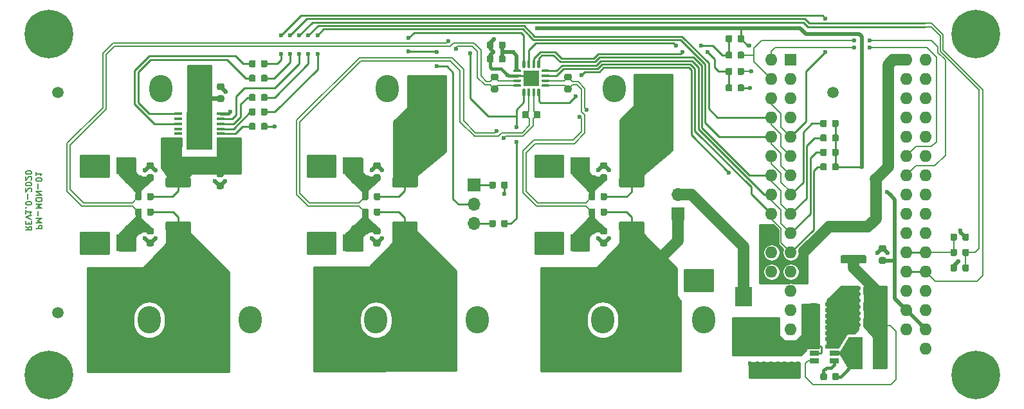
<source format=gbr>
%TF.GenerationSoftware,KiCad,Pcbnew,(5.1.6)-1*%
%TF.CreationDate,2020-09-09T14:21:18+02:00*%
%TF.ProjectId,TougherPowerMeter-FeatherWing,546f7567-6865-4725-906f-7765724d6574,rev?*%
%TF.SameCoordinates,Original*%
%TF.FileFunction,Copper,L2,Bot*%
%TF.FilePolarity,Positive*%
%FSLAX46Y46*%
G04 Gerber Fmt 4.6, Leading zero omitted, Abs format (unit mm)*
G04 Created by KiCad (PCBNEW (5.1.6)-1) date 2020-09-09 14:21:18*
%MOMM*%
%LPD*%
G01*
G04 APERTURE LIST*
%TA.AperFunction,NonConductor*%
%ADD10C,0.150000*%
%TD*%
%TA.AperFunction,SMDPad,CuDef*%
%ADD11C,1.500000*%
%TD*%
%TA.AperFunction,ComponentPad*%
%ADD12O,1.600000X1.600000*%
%TD*%
%TA.AperFunction,ComponentPad*%
%ADD13R,1.600000X1.600000*%
%TD*%
%TA.AperFunction,SMDPad,CuDef*%
%ADD14R,2.300000X2.500000*%
%TD*%
%TA.AperFunction,ComponentPad*%
%ADD15O,1.700000X1.700000*%
%TD*%
%TA.AperFunction,ComponentPad*%
%ADD16R,1.700000X1.700000*%
%TD*%
%TA.AperFunction,SMDPad,CuDef*%
%ADD17R,1.220000X0.650000*%
%TD*%
%TA.AperFunction,SMDPad,CuDef*%
%ADD18R,3.400000X5.000000*%
%TD*%
%TA.AperFunction,SMDPad,CuDef*%
%ADD19R,1.050000X0.450000*%
%TD*%
%TA.AperFunction,SMDPad,CuDef*%
%ADD20R,1.980000X4.200000*%
%TD*%
%TA.AperFunction,SMDPad,CuDef*%
%ADD21R,2.500000X2.300000*%
%TD*%
%TA.AperFunction,ComponentPad*%
%ADD22C,0.800000*%
%TD*%
%TA.AperFunction,ComponentPad*%
%ADD23C,6.400000*%
%TD*%
%TA.AperFunction,SMDPad,CuDef*%
%ADD24R,2.100000X2.100000*%
%TD*%
%TA.AperFunction,ComponentPad*%
%ADD25O,3.000000X3.600000*%
%TD*%
%TA.AperFunction,ViaPad*%
%ADD26C,0.600000*%
%TD*%
%TA.AperFunction,Conductor*%
%ADD27C,0.250000*%
%TD*%
%TA.AperFunction,Conductor*%
%ADD28C,0.400000*%
%TD*%
%TA.AperFunction,Conductor*%
%ADD29C,0.500000*%
%TD*%
%TA.AperFunction,Conductor*%
%ADD30C,0.600000*%
%TD*%
%TA.AperFunction,Conductor*%
%ADD31C,0.150000*%
%TD*%
%TA.AperFunction,Conductor*%
%ADD32C,1.500000*%
%TD*%
%TA.AperFunction,Conductor*%
%ADD33C,0.450000*%
%TD*%
%TA.AperFunction,Conductor*%
%ADD34C,0.200000*%
%TD*%
%TA.AperFunction,Conductor*%
%ADD35C,0.254000*%
%TD*%
G04 APERTURE END LIST*
D10*
X96063095Y-81964285D02*
X96863095Y-81964285D01*
X96863095Y-81659523D01*
X96825000Y-81583333D01*
X96786904Y-81545238D01*
X96710714Y-81507142D01*
X96596428Y-81507142D01*
X96520238Y-81545238D01*
X96482142Y-81583333D01*
X96444047Y-81659523D01*
X96444047Y-81964285D01*
X96063095Y-81164285D02*
X96863095Y-81164285D01*
X96291666Y-80897619D01*
X96863095Y-80630952D01*
X96063095Y-80630952D01*
X96367857Y-80250000D02*
X96367857Y-79640476D01*
X96063095Y-79259523D02*
X96863095Y-79259523D01*
X96291666Y-78992857D01*
X96863095Y-78726190D01*
X96063095Y-78726190D01*
X96863095Y-78192857D02*
X96863095Y-78040476D01*
X96825000Y-77964285D01*
X96748809Y-77888095D01*
X96596428Y-77850000D01*
X96329761Y-77850000D01*
X96177380Y-77888095D01*
X96101190Y-77964285D01*
X96063095Y-78040476D01*
X96063095Y-78192857D01*
X96101190Y-78269047D01*
X96177380Y-78345238D01*
X96329761Y-78383333D01*
X96596428Y-78383333D01*
X96748809Y-78345238D01*
X96825000Y-78269047D01*
X96863095Y-78192857D01*
X96063095Y-77507142D02*
X96863095Y-77507142D01*
X96063095Y-77050000D01*
X96863095Y-77050000D01*
X96367857Y-76669047D02*
X96367857Y-76059523D01*
X96863095Y-75526190D02*
X96863095Y-75450000D01*
X96825000Y-75373809D01*
X96786904Y-75335714D01*
X96710714Y-75297619D01*
X96558333Y-75259523D01*
X96367857Y-75259523D01*
X96215476Y-75297619D01*
X96139285Y-75335714D01*
X96101190Y-75373809D01*
X96063095Y-75450000D01*
X96063095Y-75526190D01*
X96101190Y-75602380D01*
X96139285Y-75640476D01*
X96215476Y-75678571D01*
X96367857Y-75716666D01*
X96558333Y-75716666D01*
X96710714Y-75678571D01*
X96786904Y-75640476D01*
X96825000Y-75602380D01*
X96863095Y-75526190D01*
X96063095Y-74497619D02*
X96063095Y-74954761D01*
X96063095Y-74726190D02*
X96863095Y-74726190D01*
X96748809Y-74802380D01*
X96672619Y-74878571D01*
X96634523Y-74954761D01*
X94713095Y-81678571D02*
X95094047Y-81945238D01*
X94713095Y-82135714D02*
X95513095Y-82135714D01*
X95513095Y-81830952D01*
X95475000Y-81754761D01*
X95436904Y-81716666D01*
X95360714Y-81678571D01*
X95246428Y-81678571D01*
X95170238Y-81716666D01*
X95132142Y-81754761D01*
X95094047Y-81830952D01*
X95094047Y-82135714D01*
X95132142Y-81335714D02*
X95132142Y-81069047D01*
X94713095Y-80954761D02*
X94713095Y-81335714D01*
X95513095Y-81335714D01*
X95513095Y-80954761D01*
X95513095Y-80726190D02*
X94713095Y-80459523D01*
X95513095Y-80192857D01*
X94713095Y-79507142D02*
X94713095Y-79964285D01*
X94713095Y-79735714D02*
X95513095Y-79735714D01*
X95398809Y-79811904D01*
X95322619Y-79888095D01*
X95284523Y-79964285D01*
X94789285Y-79164285D02*
X94751190Y-79126190D01*
X94713095Y-79164285D01*
X94751190Y-79202380D01*
X94789285Y-79164285D01*
X94713095Y-79164285D01*
X95513095Y-78630952D02*
X95513095Y-78554761D01*
X95475000Y-78478571D01*
X95436904Y-78440476D01*
X95360714Y-78402380D01*
X95208333Y-78364285D01*
X95017857Y-78364285D01*
X94865476Y-78402380D01*
X94789285Y-78440476D01*
X94751190Y-78478571D01*
X94713095Y-78554761D01*
X94713095Y-78630952D01*
X94751190Y-78707142D01*
X94789285Y-78745238D01*
X94865476Y-78783333D01*
X95017857Y-78821428D01*
X95208333Y-78821428D01*
X95360714Y-78783333D01*
X95436904Y-78745238D01*
X95475000Y-78707142D01*
X95513095Y-78630952D01*
X95017857Y-78021428D02*
X95017857Y-77411904D01*
X95436904Y-77069047D02*
X95475000Y-77030952D01*
X95513095Y-76954761D01*
X95513095Y-76764285D01*
X95475000Y-76688095D01*
X95436904Y-76650000D01*
X95360714Y-76611904D01*
X95284523Y-76611904D01*
X95170238Y-76650000D01*
X94713095Y-77107142D01*
X94713095Y-76611904D01*
X95513095Y-76116666D02*
X95513095Y-76040476D01*
X95475000Y-75964285D01*
X95436904Y-75926190D01*
X95360714Y-75888095D01*
X95208333Y-75850000D01*
X95017857Y-75850000D01*
X94865476Y-75888095D01*
X94789285Y-75926190D01*
X94751190Y-75964285D01*
X94713095Y-76040476D01*
X94713095Y-76116666D01*
X94751190Y-76192857D01*
X94789285Y-76230952D01*
X94865476Y-76269047D01*
X95017857Y-76307142D01*
X95208333Y-76307142D01*
X95360714Y-76269047D01*
X95436904Y-76230952D01*
X95475000Y-76192857D01*
X95513095Y-76116666D01*
X95436904Y-75545238D02*
X95475000Y-75507142D01*
X95513095Y-75430952D01*
X95513095Y-75240476D01*
X95475000Y-75164285D01*
X95436904Y-75126190D01*
X95360714Y-75088095D01*
X95284523Y-75088095D01*
X95170238Y-75126190D01*
X94713095Y-75583333D01*
X94713095Y-75088095D01*
X95513095Y-74592857D02*
X95513095Y-74516666D01*
X95475000Y-74440476D01*
X95436904Y-74402380D01*
X95360714Y-74364285D01*
X95208333Y-74326190D01*
X95017857Y-74326190D01*
X94865476Y-74364285D01*
X94789285Y-74402380D01*
X94751190Y-74440476D01*
X94713095Y-74516666D01*
X94713095Y-74592857D01*
X94751190Y-74669047D01*
X94789285Y-74707142D01*
X94865476Y-74745238D01*
X95017857Y-74783333D01*
X95208333Y-74783333D01*
X95360714Y-74745238D01*
X95436904Y-74707142D01*
X95475000Y-74669047D01*
X95513095Y-74592857D01*
D11*
%TO.P,FID6,*%
%TO.N,*%
X201000000Y-64000000D03*
%TD*%
%TO.P,FID5,*%
%TO.N,*%
X99000000Y-93000000D03*
%TD*%
%TO.P,FID4,*%
%TO.N,*%
X99000000Y-64000000D03*
%TD*%
%TO.P,C23,2*%
%TO.N,Net-(C23-Pad2)*%
%TA.AperFunction,SMDPad,CuDef*%
G36*
G01*
X204983500Y-90626250D02*
X204983500Y-89713750D01*
G75*
G02*
X205227250Y-89470000I243750J0D01*
G01*
X205714750Y-89470000D01*
G75*
G02*
X205958500Y-89713750I0J-243750D01*
G01*
X205958500Y-90626250D01*
G75*
G02*
X205714750Y-90870000I-243750J0D01*
G01*
X205227250Y-90870000D01*
G75*
G02*
X204983500Y-90626250I0J243750D01*
G01*
G37*
%TD.AperFunction*%
%TO.P,C23,1*%
%TO.N,GND*%
%TA.AperFunction,SMDPad,CuDef*%
G36*
G01*
X203108500Y-90626250D02*
X203108500Y-89713750D01*
G75*
G02*
X203352250Y-89470000I243750J0D01*
G01*
X203839750Y-89470000D01*
G75*
G02*
X204083500Y-89713750I0J-243750D01*
G01*
X204083500Y-90626250D01*
G75*
G02*
X203839750Y-90870000I-243750J0D01*
G01*
X203352250Y-90870000D01*
G75*
G02*
X203108500Y-90626250I0J243750D01*
G01*
G37*
%TD.AperFunction*%
%TD*%
%TO.P,C22,2*%
%TO.N,Net-(C2-Pad2)*%
%TA.AperFunction,SMDPad,CuDef*%
G36*
G01*
X199107000Y-92037500D02*
X199107000Y-93287500D01*
G75*
G02*
X198857000Y-93537500I-250000J0D01*
G01*
X198107000Y-93537500D01*
G75*
G02*
X197857000Y-93287500I0J250000D01*
G01*
X197857000Y-92037500D01*
G75*
G02*
X198107000Y-91787500I250000J0D01*
G01*
X198857000Y-91787500D01*
G75*
G02*
X199107000Y-92037500I0J-250000D01*
G01*
G37*
%TD.AperFunction*%
%TO.P,C22,1*%
%TO.N,GND*%
%TA.AperFunction,SMDPad,CuDef*%
G36*
G01*
X201907000Y-92037500D02*
X201907000Y-93287500D01*
G75*
G02*
X201657000Y-93537500I-250000J0D01*
G01*
X200907000Y-93537500D01*
G75*
G02*
X200657000Y-93287500I0J250000D01*
G01*
X200657000Y-92037500D01*
G75*
G02*
X200907000Y-91787500I250000J0D01*
G01*
X201657000Y-91787500D01*
G75*
G02*
X201907000Y-92037500I0J-250000D01*
G01*
G37*
%TD.AperFunction*%
%TD*%
%TO.P,C21,2*%
%TO.N,Net-(C2-Pad2)*%
%TA.AperFunction,SMDPad,CuDef*%
G36*
G01*
X192511500Y-98682000D02*
X190361500Y-98682000D01*
G75*
G02*
X190111500Y-98432000I0J250000D01*
G01*
X190111500Y-97682000D01*
G75*
G02*
X190361500Y-97432000I250000J0D01*
G01*
X192511500Y-97432000D01*
G75*
G02*
X192761500Y-97682000I0J-250000D01*
G01*
X192761500Y-98432000D01*
G75*
G02*
X192511500Y-98682000I-250000J0D01*
G01*
G37*
%TD.AperFunction*%
%TO.P,C21,1*%
%TO.N,GND*%
%TA.AperFunction,SMDPad,CuDef*%
G36*
G01*
X192511500Y-101482000D02*
X190361500Y-101482000D01*
G75*
G02*
X190111500Y-101232000I0J250000D01*
G01*
X190111500Y-100482000D01*
G75*
G02*
X190361500Y-100232000I250000J0D01*
G01*
X192511500Y-100232000D01*
G75*
G02*
X192761500Y-100482000I0J-250000D01*
G01*
X192761500Y-101232000D01*
G75*
G02*
X192511500Y-101482000I-250000J0D01*
G01*
G37*
%TD.AperFunction*%
%TD*%
%TO.P,C2,2*%
%TO.N,Net-(C2-Pad2)*%
%TA.AperFunction,SMDPad,CuDef*%
G36*
G01*
X196194500Y-98682000D02*
X194044500Y-98682000D01*
G75*
G02*
X193794500Y-98432000I0J250000D01*
G01*
X193794500Y-97682000D01*
G75*
G02*
X194044500Y-97432000I250000J0D01*
G01*
X196194500Y-97432000D01*
G75*
G02*
X196444500Y-97682000I0J-250000D01*
G01*
X196444500Y-98432000D01*
G75*
G02*
X196194500Y-98682000I-250000J0D01*
G01*
G37*
%TD.AperFunction*%
%TO.P,C2,1*%
%TO.N,GND*%
%TA.AperFunction,SMDPad,CuDef*%
G36*
G01*
X196194500Y-101482000D02*
X194044500Y-101482000D01*
G75*
G02*
X193794500Y-101232000I0J250000D01*
G01*
X193794500Y-100482000D01*
G75*
G02*
X194044500Y-100232000I250000J0D01*
G01*
X196194500Y-100232000D01*
G75*
G02*
X196444500Y-100482000I0J-250000D01*
G01*
X196444500Y-101232000D01*
G75*
G02*
X196194500Y-101482000I-250000J0D01*
G01*
G37*
%TD.AperFunction*%
%TD*%
D12*
%TO.P,U3,2*%
%TO.N,+3V3*%
X213217000Y-95266000D03*
%TO.P,U3,1*%
%TO.N,Net-(U3-Pad1)*%
X213217000Y-97806000D03*
%TO.P,U3,3*%
%TO.N,Net-(U3-Pad3)*%
X213217000Y-92726000D03*
%TO.P,U3,4*%
%TO.N,GND*%
X213217000Y-90186000D03*
%TO.P,U3,5*%
%TO.N,/CH3_DIA_EN*%
X213217000Y-87646000D03*
%TO.P,U3,6*%
%TO.N,/CH3_SNS*%
X213217000Y-85106000D03*
%TO.P,U3,7*%
%TO.N,Net-(U3-Pad7)*%
X213217000Y-82566000D03*
%TO.P,U3,8*%
%TO.N,Net-(U3-Pad8)*%
X213217000Y-80026000D03*
%TO.P,U3,9*%
%TO.N,Net-(U3-Pad9)*%
X213217000Y-77486000D03*
%TO.P,U3,10*%
%TO.N,Net-(U3-Pad10)*%
X213217000Y-74946000D03*
%TO.P,U3,11*%
%TO.N,Net-(U3-Pad11)*%
X213217000Y-72406000D03*
%TO.P,U3,12*%
%TO.N,Net-(U3-Pad12)*%
X213217000Y-69866000D03*
%TO.P,U3,13*%
%TO.N,Net-(U3-Pad13)*%
X213217000Y-67326000D03*
%TO.P,U3,14*%
%TO.N,Net-(U3-Pad14)*%
X213217000Y-64786000D03*
%TO.P,U3,15*%
%TO.N,Net-(U3-Pad15)*%
X213217000Y-62246000D03*
%TO.P,U3,16*%
%TO.N,GND*%
X213217000Y-59706000D03*
%TO.P,U3,23*%
%TO.N,/WARNING*%
X192897000Y-74946000D03*
%TO.P,U3,24*%
%TO.N,/CRITICAL*%
X192897000Y-77486000D03*
%TO.P,U3,25*%
%TO.N,/POWER_VALID*%
X192897000Y-80026000D03*
%TO.P,U3,27*%
%TO.N,Net-(U3-Pad27)*%
X192897000Y-85106000D03*
%TO.P,U3,26*%
%TO.N,+5V*%
X192897000Y-82566000D03*
%TO.P,U3,17*%
%TO.N,/SDA*%
X192897000Y-59706000D03*
%TO.P,U3,18*%
%TO.N,/SCL*%
X192897000Y-62246000D03*
%TO.P,U3,19*%
%TO.N,/CH3_SEL*%
X192897000Y-64786000D03*
%TO.P,U3,20*%
%TO.N,/CH3_LATCH*%
X192897000Y-67326000D03*
%TO.P,U3,21*%
%TO.N,/CH3_EN*%
X192897000Y-69866000D03*
%TO.P,U3,22*%
%TO.N,/TIMING_CTRL*%
X192897000Y-72406000D03*
%TO.P,U3,28*%
%TO.N,Net-(U3-Pad28)*%
X192897000Y-87646000D03*
%TD*%
%TO.P,A1,16*%
%TO.N,Net-(A1-Pad16)*%
X210677000Y-95266000D03*
%TO.P,A1,15*%
%TO.N,Net-(A1-Pad15)*%
X195437000Y-95266000D03*
%TO.P,A1,30*%
%TO.N,+5V*%
X210677000Y-59706000D03*
%TO.P,A1,14*%
%TO.N,Net-(A1-Pad14)*%
X195437000Y-92726000D03*
%TO.P,A1,29*%
%TO.N,GND*%
X210677000Y-62246000D03*
%TO.P,A1,13*%
%TO.N,Net-(A1-Pad13)*%
X195437000Y-90186000D03*
%TO.P,A1,28*%
%TO.N,Net-(A1-Pad28)*%
X210677000Y-64786000D03*
%TO.P,A1,12*%
%TO.N,Net-(A1-Pad12)*%
X195437000Y-87646000D03*
%TO.P,A1,27*%
%TO.N,Net-(A1-Pad27)*%
X210677000Y-67326000D03*
%TO.P,A1,11*%
%TO.N,/POWER_VALID*%
X195437000Y-85106000D03*
%TO.P,A1,26*%
%TO.N,Net-(A1-Pad26)*%
X210677000Y-69866000D03*
%TO.P,A1,10*%
%TO.N,/CRITICAL*%
X195437000Y-82566000D03*
%TO.P,A1,25*%
%TO.N,/SDA*%
X210677000Y-72406000D03*
%TO.P,A1,9*%
%TO.N,/WARNING*%
X195437000Y-80026000D03*
%TO.P,A1,24*%
%TO.N,/SCL*%
X210677000Y-74946000D03*
%TO.P,A1,8*%
%TO.N,/TIMING_CTRL*%
X195437000Y-77486000D03*
%TO.P,A1,23*%
%TO.N,Net-(A1-Pad23)*%
X210677000Y-77486000D03*
%TO.P,A1,7*%
%TO.N,/CH3_EN*%
X195437000Y-74946000D03*
%TO.P,A1,22*%
%TO.N,Net-(A1-Pad22)*%
X210677000Y-80026000D03*
%TO.P,A1,6*%
%TO.N,/CH3_LATCH*%
X195437000Y-72406000D03*
%TO.P,A1,21*%
%TO.N,Net-(A1-Pad21)*%
X210677000Y-82566000D03*
%TO.P,A1,5*%
%TO.N,/CH3_SEL*%
X195437000Y-69866000D03*
%TO.P,A1,20*%
%TO.N,/CH3_SNS*%
X210677000Y-85106000D03*
%TO.P,A1,4*%
%TO.N,GND*%
X195437000Y-67326000D03*
%TO.P,A1,19*%
%TO.N,/CH3_DIA_EN*%
X210677000Y-87646000D03*
%TO.P,A1,3*%
%TO.N,Net-(A1-Pad3)*%
X195437000Y-64786000D03*
%TO.P,A1,18*%
%TO.N,Net-(A1-Pad18)*%
X210677000Y-90186000D03*
%TO.P,A1,2*%
%TO.N,Net-(A1-Pad2)*%
X195437000Y-62246000D03*
%TO.P,A1,17*%
%TO.N,+3V3*%
X210677000Y-92726000D03*
D13*
%TO.P,A1,1*%
%TO.N,Net-(A1-Pad1)*%
X195437000Y-59706000D03*
%TD*%
D14*
%TO.P,D8,2*%
%TO.N,/buck/VIN*%
X189214000Y-90957000D03*
%TO.P,D8,1*%
%TO.N,Net-(C2-Pad2)*%
X189214000Y-95257000D03*
%TD*%
%TO.P,R1,2*%
%TO.N,Net-(R1-Pad2)*%
%TA.AperFunction,SMDPad,CuDef*%
G36*
G01*
X187721000Y-60973750D02*
X187721000Y-61486250D01*
G75*
G02*
X187502250Y-61705000I-218750J0D01*
G01*
X187064750Y-61705000D01*
G75*
G02*
X186846000Y-61486250I0J218750D01*
G01*
X186846000Y-60973750D01*
G75*
G02*
X187064750Y-60755000I218750J0D01*
G01*
X187502250Y-60755000D01*
G75*
G02*
X187721000Y-60973750I0J-218750D01*
G01*
G37*
%TD.AperFunction*%
%TO.P,R1,1*%
%TO.N,/SDA*%
%TA.AperFunction,SMDPad,CuDef*%
G36*
G01*
X189296000Y-60973750D02*
X189296000Y-61486250D01*
G75*
G02*
X189077250Y-61705000I-218750J0D01*
G01*
X188639750Y-61705000D01*
G75*
G02*
X188421000Y-61486250I0J218750D01*
G01*
X188421000Y-60973750D01*
G75*
G02*
X188639750Y-60755000I218750J0D01*
G01*
X189077250Y-60755000D01*
G75*
G02*
X189296000Y-60973750I0J-218750D01*
G01*
G37*
%TD.AperFunction*%
%TD*%
%TO.P,R26,2*%
%TO.N,/CH3_EN*%
%TA.AperFunction,SMDPad,CuDef*%
G36*
G01*
X125683000Y-66820250D02*
X125683000Y-66307750D01*
G75*
G02*
X125901750Y-66089000I218750J0D01*
G01*
X126339250Y-66089000D01*
G75*
G02*
X126558000Y-66307750I0J-218750D01*
G01*
X126558000Y-66820250D01*
G75*
G02*
X126339250Y-67039000I-218750J0D01*
G01*
X125901750Y-67039000D01*
G75*
G02*
X125683000Y-66820250I0J218750D01*
G01*
G37*
%TD.AperFunction*%
%TO.P,R26,1*%
%TO.N,Net-(R26-Pad1)*%
%TA.AperFunction,SMDPad,CuDef*%
G36*
G01*
X124108000Y-66820250D02*
X124108000Y-66307750D01*
G75*
G02*
X124326750Y-66089000I218750J0D01*
G01*
X124764250Y-66089000D01*
G75*
G02*
X124983000Y-66307750I0J-218750D01*
G01*
X124983000Y-66820250D01*
G75*
G02*
X124764250Y-67039000I-218750J0D01*
G01*
X124326750Y-67039000D01*
G75*
G02*
X124108000Y-66820250I0J218750D01*
G01*
G37*
%TD.AperFunction*%
%TD*%
%TO.P,R25,2*%
%TO.N,/CH3_LATCH*%
%TA.AperFunction,SMDPad,CuDef*%
G36*
G01*
X125683000Y-64915250D02*
X125683000Y-64402750D01*
G75*
G02*
X125901750Y-64184000I218750J0D01*
G01*
X126339250Y-64184000D01*
G75*
G02*
X126558000Y-64402750I0J-218750D01*
G01*
X126558000Y-64915250D01*
G75*
G02*
X126339250Y-65134000I-218750J0D01*
G01*
X125901750Y-65134000D01*
G75*
G02*
X125683000Y-64915250I0J218750D01*
G01*
G37*
%TD.AperFunction*%
%TO.P,R25,1*%
%TO.N,Net-(R25-Pad1)*%
%TA.AperFunction,SMDPad,CuDef*%
G36*
G01*
X124108000Y-64915250D02*
X124108000Y-64402750D01*
G75*
G02*
X124326750Y-64184000I218750J0D01*
G01*
X124764250Y-64184000D01*
G75*
G02*
X124983000Y-64402750I0J-218750D01*
G01*
X124983000Y-64915250D01*
G75*
G02*
X124764250Y-65134000I-218750J0D01*
G01*
X124326750Y-65134000D01*
G75*
G02*
X124108000Y-64915250I0J218750D01*
G01*
G37*
%TD.AperFunction*%
%TD*%
%TO.P,F1,2*%
%TO.N,Net-(C23-Pad2)*%
%TA.AperFunction,SMDPad,CuDef*%
G36*
G01*
X202241999Y-85411000D02*
X205142001Y-85411000D01*
G75*
G02*
X205392000Y-85660999I0J-249999D01*
G01*
X205392000Y-86286001D01*
G75*
G02*
X205142001Y-86536000I-249999J0D01*
G01*
X202241999Y-86536000D01*
G75*
G02*
X201992000Y-86286001I0J249999D01*
G01*
X201992000Y-85660999D01*
G75*
G02*
X202241999Y-85411000I249999J0D01*
G01*
G37*
%TD.AperFunction*%
%TO.P,F1,1*%
%TO.N,+5V*%
%TA.AperFunction,SMDPad,CuDef*%
G36*
G01*
X202241999Y-81136000D02*
X205142001Y-81136000D01*
G75*
G02*
X205392000Y-81385999I0J-249999D01*
G01*
X205392000Y-82011001D01*
G75*
G02*
X205142001Y-82261000I-249999J0D01*
G01*
X202241999Y-82261000D01*
G75*
G02*
X201992000Y-82011001I0J249999D01*
G01*
X201992000Y-81385999D01*
G75*
G02*
X202241999Y-81136000I249999J0D01*
G01*
G37*
%TD.AperFunction*%
%TD*%
%TO.P,C20,2*%
%TO.N,GND*%
%TA.AperFunction,SMDPad,CuDef*%
G36*
G01*
X120060250Y-75867500D02*
X120572750Y-75867500D01*
G75*
G02*
X120791500Y-76086250I0J-218750D01*
G01*
X120791500Y-76523750D01*
G75*
G02*
X120572750Y-76742500I-218750J0D01*
G01*
X120060250Y-76742500D01*
G75*
G02*
X119841500Y-76523750I0J218750D01*
G01*
X119841500Y-76086250D01*
G75*
G02*
X120060250Y-75867500I218750J0D01*
G01*
G37*
%TD.AperFunction*%
%TO.P,C20,1*%
%TO.N,/current-sense-frontend-CH3/PIN*%
%TA.AperFunction,SMDPad,CuDef*%
G36*
G01*
X120060250Y-74292500D02*
X120572750Y-74292500D01*
G75*
G02*
X120791500Y-74511250I0J-218750D01*
G01*
X120791500Y-74948750D01*
G75*
G02*
X120572750Y-75167500I-218750J0D01*
G01*
X120060250Y-75167500D01*
G75*
G02*
X119841500Y-74948750I0J218750D01*
G01*
X119841500Y-74511250D01*
G75*
G02*
X120060250Y-74292500I218750J0D01*
G01*
G37*
%TD.AperFunction*%
%TD*%
%TO.P,C19,2*%
%TO.N,GND*%
%TA.AperFunction,SMDPad,CuDef*%
G36*
G01*
X218012000Y-83330250D02*
X218012000Y-82817750D01*
G75*
G02*
X218230750Y-82599000I218750J0D01*
G01*
X218668250Y-82599000D01*
G75*
G02*
X218887000Y-82817750I0J-218750D01*
G01*
X218887000Y-83330250D01*
G75*
G02*
X218668250Y-83549000I-218750J0D01*
G01*
X218230750Y-83549000D01*
G75*
G02*
X218012000Y-83330250I0J218750D01*
G01*
G37*
%TD.AperFunction*%
%TO.P,C19,1*%
%TO.N,/CH3_SNS*%
%TA.AperFunction,SMDPad,CuDef*%
G36*
G01*
X216437000Y-83330250D02*
X216437000Y-82817750D01*
G75*
G02*
X216655750Y-82599000I218750J0D01*
G01*
X217093250Y-82599000D01*
G75*
G02*
X217312000Y-82817750I0J-218750D01*
G01*
X217312000Y-83330250D01*
G75*
G02*
X217093250Y-83549000I-218750J0D01*
G01*
X216655750Y-83549000D01*
G75*
G02*
X216437000Y-83330250I0J218750D01*
G01*
G37*
%TD.AperFunction*%
%TD*%
%TO.P,C7,2*%
%TO.N,GND*%
%TA.AperFunction,SMDPad,CuDef*%
G36*
G01*
X120636250Y-63674000D02*
X120123750Y-63674000D01*
G75*
G02*
X119905000Y-63455250I0J218750D01*
G01*
X119905000Y-63017750D01*
G75*
G02*
X120123750Y-62799000I218750J0D01*
G01*
X120636250Y-62799000D01*
G75*
G02*
X120855000Y-63017750I0J-218750D01*
G01*
X120855000Y-63455250D01*
G75*
G02*
X120636250Y-63674000I-218750J0D01*
G01*
G37*
%TD.AperFunction*%
%TO.P,C7,1*%
%TO.N,/CH3_IN*%
%TA.AperFunction,SMDPad,CuDef*%
G36*
G01*
X120636250Y-65249000D02*
X120123750Y-65249000D01*
G75*
G02*
X119905000Y-65030250I0J218750D01*
G01*
X119905000Y-64592750D01*
G75*
G02*
X120123750Y-64374000I218750J0D01*
G01*
X120636250Y-64374000D01*
G75*
G02*
X120855000Y-64592750I0J-218750D01*
G01*
X120855000Y-65030250D01*
G75*
G02*
X120636250Y-65249000I-218750J0D01*
G01*
G37*
%TD.AperFunction*%
%TD*%
%TO.P,C6,2*%
%TO.N,Net-(C23-Pad2)*%
%TA.AperFunction,SMDPad,CuDef*%
G36*
G01*
X204967500Y-94769750D02*
X204967500Y-93857250D01*
G75*
G02*
X205211250Y-93613500I243750J0D01*
G01*
X205698750Y-93613500D01*
G75*
G02*
X205942500Y-93857250I0J-243750D01*
G01*
X205942500Y-94769750D01*
G75*
G02*
X205698750Y-95013500I-243750J0D01*
G01*
X205211250Y-95013500D01*
G75*
G02*
X204967500Y-94769750I0J243750D01*
G01*
G37*
%TD.AperFunction*%
%TO.P,C6,1*%
%TO.N,GND*%
%TA.AperFunction,SMDPad,CuDef*%
G36*
G01*
X203092500Y-94769750D02*
X203092500Y-93857250D01*
G75*
G02*
X203336250Y-93613500I243750J0D01*
G01*
X203823750Y-93613500D01*
G75*
G02*
X204067500Y-93857250I0J-243750D01*
G01*
X204067500Y-94769750D01*
G75*
G02*
X203823750Y-95013500I-243750J0D01*
G01*
X203336250Y-95013500D01*
G75*
G02*
X203092500Y-94769750I0J243750D01*
G01*
G37*
%TD.AperFunction*%
%TD*%
%TO.P,C3,2*%
%TO.N,Net-(C2-Pad2)*%
%TA.AperFunction,SMDPad,CuDef*%
G36*
G01*
X199107000Y-94514000D02*
X199107000Y-95764000D01*
G75*
G02*
X198857000Y-96014000I-250000J0D01*
G01*
X198107000Y-96014000D01*
G75*
G02*
X197857000Y-95764000I0J250000D01*
G01*
X197857000Y-94514000D01*
G75*
G02*
X198107000Y-94264000I250000J0D01*
G01*
X198857000Y-94264000D01*
G75*
G02*
X199107000Y-94514000I0J-250000D01*
G01*
G37*
%TD.AperFunction*%
%TO.P,C3,1*%
%TO.N,GND*%
%TA.AperFunction,SMDPad,CuDef*%
G36*
G01*
X201907000Y-94514000D02*
X201907000Y-95764000D01*
G75*
G02*
X201657000Y-96014000I-250000J0D01*
G01*
X200907000Y-96014000D01*
G75*
G02*
X200657000Y-95764000I0J250000D01*
G01*
X200657000Y-94514000D01*
G75*
G02*
X200907000Y-94264000I250000J0D01*
G01*
X201657000Y-94264000D01*
G75*
G02*
X201907000Y-94514000I0J-250000D01*
G01*
G37*
%TD.AperFunction*%
%TD*%
%TO.P,C1,2*%
%TO.N,GND*%
%TA.AperFunction,SMDPad,CuDef*%
G36*
G01*
X207758250Y-85010000D02*
X207245750Y-85010000D01*
G75*
G02*
X207027000Y-84791250I0J218750D01*
G01*
X207027000Y-84353750D01*
G75*
G02*
X207245750Y-84135000I218750J0D01*
G01*
X207758250Y-84135000D01*
G75*
G02*
X207977000Y-84353750I0J-218750D01*
G01*
X207977000Y-84791250D01*
G75*
G02*
X207758250Y-85010000I-218750J0D01*
G01*
G37*
%TD.AperFunction*%
%TO.P,C1,1*%
%TO.N,+3V3*%
%TA.AperFunction,SMDPad,CuDef*%
G36*
G01*
X207758250Y-86585000D02*
X207245750Y-86585000D01*
G75*
G02*
X207027000Y-86366250I0J218750D01*
G01*
X207027000Y-85928750D01*
G75*
G02*
X207245750Y-85710000I218750J0D01*
G01*
X207758250Y-85710000D01*
G75*
G02*
X207977000Y-85928750I0J-218750D01*
G01*
X207977000Y-86366250D01*
G75*
G02*
X207758250Y-86585000I-218750J0D01*
G01*
G37*
%TD.AperFunction*%
%TD*%
D15*
%TO.P,J1,2*%
%TO.N,/buck/VIN*%
X180578000Y-77486000D03*
D16*
%TO.P,J1,1*%
%TO.N,/CH1_OUT*%
X180578000Y-80026000D03*
%TD*%
D17*
%TO.P,U1,6*%
%TO.N,Net-(C4-Pad2)*%
X201153900Y-99352900D03*
%TO.P,U1,5*%
%TO.N,Net-(C4-Pad1)*%
X201153900Y-98402900D03*
%TO.P,U1,4*%
%TO.N,GND*%
X201153900Y-97452900D03*
%TO.P,U1,3*%
%TO.N,Net-(C2-Pad2)*%
X198533900Y-97452900D03*
%TO.P,U1,2*%
X198533900Y-98402900D03*
%TO.P,U1,1*%
%TO.N,Net-(C23-Pad2)*%
X198533900Y-99352900D03*
%TD*%
D18*
%TO.P,U2,17*%
%TO.N,/CH3_IN*%
X117586000Y-69104000D03*
D19*
%TO.P,U2,16*%
%TO.N,Net-(R6-Pad1)*%
X114811000Y-66829000D03*
%TO.P,U2,15*%
%TO.N,N/C*%
X114811000Y-67479000D03*
%TO.P,U2,14*%
%TO.N,Net-(R7-Pad1)*%
X114811000Y-68129000D03*
%TO.P,U2,13*%
%TO.N,N/C*%
X114811000Y-68779000D03*
%TO.P,U2,12*%
X114811000Y-69429000D03*
%TO.P,U2,11*%
%TO.N,/current-sense-frontend-CH3/PIN*%
X114811000Y-70079000D03*
%TO.P,U2,10*%
X114811000Y-70729000D03*
%TO.P,U2,9*%
X114811000Y-71379000D03*
%TO.P,U2,8*%
X120361000Y-71379000D03*
%TO.P,U2,7*%
X120361000Y-70729000D03*
%TO.P,U2,6*%
X120361000Y-70079000D03*
%TO.P,U2,5*%
%TO.N,Net-(R4-Pad1)*%
X120361000Y-69429000D03*
%TO.P,U2,4*%
%TO.N,Net-(R26-Pad1)*%
X120361000Y-68779000D03*
%TO.P,U2,3*%
%TO.N,Net-(R25-Pad1)*%
X120361000Y-68129000D03*
%TO.P,U2,2*%
%TO.N,Net-(R3-Pad2)*%
X120361000Y-67479000D03*
%TO.P,U2,1*%
%TO.N,GND*%
X120361000Y-66829000D03*
%TD*%
%TO.P,R7,2*%
%TO.N,/CH3_SEL*%
%TA.AperFunction,SMDPad,CuDef*%
G36*
G01*
X125683000Y-60470250D02*
X125683000Y-59957750D01*
G75*
G02*
X125901750Y-59739000I218750J0D01*
G01*
X126339250Y-59739000D01*
G75*
G02*
X126558000Y-59957750I0J-218750D01*
G01*
X126558000Y-60470250D01*
G75*
G02*
X126339250Y-60689000I-218750J0D01*
G01*
X125901750Y-60689000D01*
G75*
G02*
X125683000Y-60470250I0J218750D01*
G01*
G37*
%TD.AperFunction*%
%TO.P,R7,1*%
%TO.N,Net-(R7-Pad1)*%
%TA.AperFunction,SMDPad,CuDef*%
G36*
G01*
X124108000Y-60470250D02*
X124108000Y-59957750D01*
G75*
G02*
X124326750Y-59739000I218750J0D01*
G01*
X124764250Y-59739000D01*
G75*
G02*
X124983000Y-59957750I0J-218750D01*
G01*
X124983000Y-60470250D01*
G75*
G02*
X124764250Y-60689000I-218750J0D01*
G01*
X124326750Y-60689000D01*
G75*
G02*
X124108000Y-60470250I0J218750D01*
G01*
G37*
%TD.AperFunction*%
%TD*%
%TO.P,R6,2*%
%TO.N,/CH3_DIA_EN*%
%TA.AperFunction,SMDPad,CuDef*%
G36*
G01*
X125683000Y-62375250D02*
X125683000Y-61862750D01*
G75*
G02*
X125901750Y-61644000I218750J0D01*
G01*
X126339250Y-61644000D01*
G75*
G02*
X126558000Y-61862750I0J-218750D01*
G01*
X126558000Y-62375250D01*
G75*
G02*
X126339250Y-62594000I-218750J0D01*
G01*
X125901750Y-62594000D01*
G75*
G02*
X125683000Y-62375250I0J218750D01*
G01*
G37*
%TD.AperFunction*%
%TO.P,R6,1*%
%TO.N,Net-(R6-Pad1)*%
%TA.AperFunction,SMDPad,CuDef*%
G36*
G01*
X124108000Y-62375250D02*
X124108000Y-61862750D01*
G75*
G02*
X124326750Y-61644000I218750J0D01*
G01*
X124764250Y-61644000D01*
G75*
G02*
X124983000Y-61862750I0J-218750D01*
G01*
X124983000Y-62375250D01*
G75*
G02*
X124764250Y-62594000I-218750J0D01*
G01*
X124326750Y-62594000D01*
G75*
G02*
X124108000Y-62375250I0J218750D01*
G01*
G37*
%TD.AperFunction*%
%TD*%
%TO.P,R5,2*%
%TO.N,Net-(R3-Pad2)*%
%TA.AperFunction,SMDPad,CuDef*%
G36*
G01*
X218012000Y-85362250D02*
X218012000Y-84849750D01*
G75*
G02*
X218230750Y-84631000I218750J0D01*
G01*
X218668250Y-84631000D01*
G75*
G02*
X218887000Y-84849750I0J-218750D01*
G01*
X218887000Y-85362250D01*
G75*
G02*
X218668250Y-85581000I-218750J0D01*
G01*
X218230750Y-85581000D01*
G75*
G02*
X218012000Y-85362250I0J218750D01*
G01*
G37*
%TD.AperFunction*%
%TO.P,R5,1*%
%TO.N,/CH3_SNS*%
%TA.AperFunction,SMDPad,CuDef*%
G36*
G01*
X216437000Y-85362250D02*
X216437000Y-84849750D01*
G75*
G02*
X216655750Y-84631000I218750J0D01*
G01*
X217093250Y-84631000D01*
G75*
G02*
X217312000Y-84849750I0J-218750D01*
G01*
X217312000Y-85362250D01*
G75*
G02*
X217093250Y-85581000I-218750J0D01*
G01*
X216655750Y-85581000D01*
G75*
G02*
X216437000Y-85362250I0J218750D01*
G01*
G37*
%TD.AperFunction*%
%TD*%
%TO.P,R4,2*%
%TO.N,/CH3_IN*%
%TA.AperFunction,SMDPad,CuDef*%
G36*
G01*
X125683000Y-68725250D02*
X125683000Y-68212750D01*
G75*
G02*
X125901750Y-67994000I218750J0D01*
G01*
X126339250Y-67994000D01*
G75*
G02*
X126558000Y-68212750I0J-218750D01*
G01*
X126558000Y-68725250D01*
G75*
G02*
X126339250Y-68944000I-218750J0D01*
G01*
X125901750Y-68944000D01*
G75*
G02*
X125683000Y-68725250I0J218750D01*
G01*
G37*
%TD.AperFunction*%
%TO.P,R4,1*%
%TO.N,Net-(R4-Pad1)*%
%TA.AperFunction,SMDPad,CuDef*%
G36*
G01*
X124108000Y-68725250D02*
X124108000Y-68212750D01*
G75*
G02*
X124326750Y-67994000I218750J0D01*
G01*
X124764250Y-67994000D01*
G75*
G02*
X124983000Y-68212750I0J-218750D01*
G01*
X124983000Y-68725250D01*
G75*
G02*
X124764250Y-68944000I-218750J0D01*
G01*
X124326750Y-68944000D01*
G75*
G02*
X124108000Y-68725250I0J218750D01*
G01*
G37*
%TD.AperFunction*%
%TD*%
%TO.P,R3,2*%
%TO.N,Net-(R3-Pad2)*%
%TA.AperFunction,SMDPad,CuDef*%
G36*
G01*
X218012000Y-87394250D02*
X218012000Y-86881750D01*
G75*
G02*
X218230750Y-86663000I218750J0D01*
G01*
X218668250Y-86663000D01*
G75*
G02*
X218887000Y-86881750I0J-218750D01*
G01*
X218887000Y-87394250D01*
G75*
G02*
X218668250Y-87613000I-218750J0D01*
G01*
X218230750Y-87613000D01*
G75*
G02*
X218012000Y-87394250I0J218750D01*
G01*
G37*
%TD.AperFunction*%
%TO.P,R3,1*%
%TO.N,GND*%
%TA.AperFunction,SMDPad,CuDef*%
G36*
G01*
X216437000Y-87394250D02*
X216437000Y-86881750D01*
G75*
G02*
X216655750Y-86663000I218750J0D01*
G01*
X217093250Y-86663000D01*
G75*
G02*
X217312000Y-86881750I0J-218750D01*
G01*
X217312000Y-87394250D01*
G75*
G02*
X217093250Y-87613000I-218750J0D01*
G01*
X216655750Y-87613000D01*
G75*
G02*
X216437000Y-87394250I0J218750D01*
G01*
G37*
%TD.AperFunction*%
%TD*%
%TO.P,R2,2*%
%TO.N,Net-(R10-Pad2)*%
%TA.AperFunction,SMDPad,CuDef*%
G36*
G01*
X187721000Y-58814750D02*
X187721000Y-59327250D01*
G75*
G02*
X187502250Y-59546000I-218750J0D01*
G01*
X187064750Y-59546000D01*
G75*
G02*
X186846000Y-59327250I0J218750D01*
G01*
X186846000Y-58814750D01*
G75*
G02*
X187064750Y-58596000I218750J0D01*
G01*
X187502250Y-58596000D01*
G75*
G02*
X187721000Y-58814750I0J-218750D01*
G01*
G37*
%TD.AperFunction*%
%TO.P,R2,1*%
%TO.N,/SCL*%
%TA.AperFunction,SMDPad,CuDef*%
G36*
G01*
X189296000Y-58814750D02*
X189296000Y-59327250D01*
G75*
G02*
X189077250Y-59546000I-218750J0D01*
G01*
X188639750Y-59546000D01*
G75*
G02*
X188421000Y-59327250I0J218750D01*
G01*
X188421000Y-58814750D01*
G75*
G02*
X188639750Y-58596000I218750J0D01*
G01*
X189077250Y-58596000D01*
G75*
G02*
X189296000Y-58814750I0J-218750D01*
G01*
G37*
%TD.AperFunction*%
%TD*%
D20*
%TO.P,L1,2*%
%TO.N,Net-(C23-Pad2)*%
X207133900Y-98402900D03*
%TO.P,L1,1*%
%TO.N,Net-(C4-Pad1)*%
X203983900Y-98402900D03*
%TD*%
D21*
%TO.P,D1,2*%
%TO.N,GND*%
X183553500Y-88725500D03*
%TO.P,D1,1*%
%TO.N,/CH1_OUT*%
X179253500Y-88725500D03*
%TD*%
%TO.P,C5,2*%
%TO.N,Net-(C23-Pad2)*%
%TA.AperFunction,SMDPad,CuDef*%
G36*
G01*
X204967500Y-92674250D02*
X204967500Y-91761750D01*
G75*
G02*
X205211250Y-91518000I243750J0D01*
G01*
X205698750Y-91518000D01*
G75*
G02*
X205942500Y-91761750I0J-243750D01*
G01*
X205942500Y-92674250D01*
G75*
G02*
X205698750Y-92918000I-243750J0D01*
G01*
X205211250Y-92918000D01*
G75*
G02*
X204967500Y-92674250I0J243750D01*
G01*
G37*
%TD.AperFunction*%
%TO.P,C5,1*%
%TO.N,GND*%
%TA.AperFunction,SMDPad,CuDef*%
G36*
G01*
X203092500Y-92674250D02*
X203092500Y-91761750D01*
G75*
G02*
X203336250Y-91518000I243750J0D01*
G01*
X203823750Y-91518000D01*
G75*
G02*
X204067500Y-91761750I0J-243750D01*
G01*
X204067500Y-92674250D01*
G75*
G02*
X203823750Y-92918000I-243750J0D01*
G01*
X203336250Y-92918000D01*
G75*
G02*
X203092500Y-92674250I0J243750D01*
G01*
G37*
%TD.AperFunction*%
%TD*%
%TO.P,C4,2*%
%TO.N,Net-(C4-Pad2)*%
%TA.AperFunction,SMDPad,CuDef*%
G36*
G01*
X200192400Y-101207350D02*
X200192400Y-101719850D01*
G75*
G02*
X199973650Y-101938600I-218750J0D01*
G01*
X199536150Y-101938600D01*
G75*
G02*
X199317400Y-101719850I0J218750D01*
G01*
X199317400Y-101207350D01*
G75*
G02*
X199536150Y-100988600I218750J0D01*
G01*
X199973650Y-100988600D01*
G75*
G02*
X200192400Y-101207350I0J-218750D01*
G01*
G37*
%TD.AperFunction*%
%TO.P,C4,1*%
%TO.N,Net-(C4-Pad1)*%
%TA.AperFunction,SMDPad,CuDef*%
G36*
G01*
X201767400Y-101207350D02*
X201767400Y-101719850D01*
G75*
G02*
X201548650Y-101938600I-218750J0D01*
G01*
X201111150Y-101938600D01*
G75*
G02*
X200892400Y-101719850I0J218750D01*
G01*
X200892400Y-101207350D01*
G75*
G02*
X201111150Y-100988600I218750J0D01*
G01*
X201548650Y-100988600D01*
G75*
G02*
X201767400Y-101207350I0J-218750D01*
G01*
G37*
%TD.AperFunction*%
%TD*%
%TO.P,C18,2*%
%TO.N,GND*%
%TA.AperFunction,SMDPad,CuDef*%
G36*
G01*
X156301200Y-57493950D02*
X156301200Y-58006450D01*
G75*
G02*
X156082450Y-58225200I-218750J0D01*
G01*
X155644950Y-58225200D01*
G75*
G02*
X155426200Y-58006450I0J218750D01*
G01*
X155426200Y-57493950D01*
G75*
G02*
X155644950Y-57275200I218750J0D01*
G01*
X156082450Y-57275200D01*
G75*
G02*
X156301200Y-57493950I0J-218750D01*
G01*
G37*
%TD.AperFunction*%
%TO.P,C18,1*%
%TO.N,+3V3*%
%TA.AperFunction,SMDPad,CuDef*%
G36*
G01*
X157876200Y-57493950D02*
X157876200Y-58006450D01*
G75*
G02*
X157657450Y-58225200I-218750J0D01*
G01*
X157219950Y-58225200D01*
G75*
G02*
X157001200Y-58006450I0J218750D01*
G01*
X157001200Y-57493950D01*
G75*
G02*
X157219950Y-57275200I218750J0D01*
G01*
X157657450Y-57275200D01*
G75*
G02*
X157876200Y-57493950I0J-218750D01*
G01*
G37*
%TD.AperFunction*%
%TD*%
%TO.P,R17,2*%
%TO.N,/CH3_OUT*%
%TA.AperFunction,SMDPad,CuDef*%
G36*
G01*
X113366999Y-80981000D02*
X116217001Y-80981000D01*
G75*
G02*
X116467000Y-81230999I0J-249999D01*
G01*
X116467000Y-82081001D01*
G75*
G02*
X116217001Y-82331000I-249999J0D01*
G01*
X113366999Y-82331000D01*
G75*
G02*
X113117000Y-82081001I0J249999D01*
G01*
X113117000Y-81230999D01*
G75*
G02*
X113366999Y-80981000I249999J0D01*
G01*
G37*
%TD.AperFunction*%
%TO.P,R17,1*%
%TO.N,/current-sense-frontend-CH3/PIN*%
%TA.AperFunction,SMDPad,CuDef*%
G36*
G01*
X113366999Y-75181000D02*
X116217001Y-75181000D01*
G75*
G02*
X116467000Y-75430999I0J-249999D01*
G01*
X116467000Y-76281001D01*
G75*
G02*
X116217001Y-76531000I-249999J0D01*
G01*
X113366999Y-76531000D01*
G75*
G02*
X113117000Y-76281001I0J249999D01*
G01*
X113117000Y-75430999D01*
G75*
G02*
X113366999Y-75181000I249999J0D01*
G01*
G37*
%TD.AperFunction*%
%TD*%
D22*
%TO.P,H4,1*%
%TO.N,N/C*%
X221447056Y-102947056D03*
X222150000Y-101250000D03*
X221447056Y-99552944D03*
X219750000Y-98850000D03*
X218052944Y-99552944D03*
X217350000Y-101250000D03*
X218052944Y-102947056D03*
X219750000Y-103650000D03*
D23*
X219750000Y-101250000D03*
%TD*%
D22*
%TO.P,H3,1*%
%TO.N,N/C*%
X99447056Y-102947056D03*
X100150000Y-101250000D03*
X99447056Y-99552944D03*
X97750000Y-98850000D03*
X96052944Y-99552944D03*
X95350000Y-101250000D03*
X96052944Y-102947056D03*
X97750000Y-103650000D03*
D23*
X97750000Y-101250000D03*
%TD*%
D22*
%TO.P,H2,1*%
%TO.N,N/C*%
X221447056Y-57947056D03*
X222150000Y-56250000D03*
X221447056Y-54552944D03*
X219750000Y-53850000D03*
X218052944Y-54552944D03*
X217350000Y-56250000D03*
X218052944Y-57947056D03*
X219750000Y-58650000D03*
D23*
X219750000Y-56250000D03*
%TD*%
D22*
%TO.P,H1,1*%
%TO.N,N/C*%
X99447056Y-57947056D03*
X100150000Y-56250000D03*
X99447056Y-54552944D03*
X97750000Y-53850000D03*
X96052944Y-54552944D03*
X95350000Y-56250000D03*
X96052944Y-57947056D03*
X97750000Y-58650000D03*
D23*
X97750000Y-56250000D03*
%TD*%
D24*
%TO.P,U4,17*%
%TO.N,GND*%
X161274000Y-62119000D03*
%TO.P,U4,16*%
%TO.N,+3V3*%
%TA.AperFunction,SMDPad,CuDef*%
G36*
G01*
X160124000Y-64406500D02*
X160124000Y-63556500D01*
G75*
G02*
X160211500Y-63469000I87500J0D01*
G01*
X160386500Y-63469000D01*
G75*
G02*
X160474000Y-63556500I0J-87500D01*
G01*
X160474000Y-64406500D01*
G75*
G02*
X160386500Y-64494000I-87500J0D01*
G01*
X160211500Y-64494000D01*
G75*
G02*
X160124000Y-64406500I0J87500D01*
G01*
G37*
%TD.AperFunction*%
%TO.P,U4,15*%
%TO.N,/IN2_P*%
%TA.AperFunction,SMDPad,CuDef*%
G36*
G01*
X160774000Y-64406500D02*
X160774000Y-63556500D01*
G75*
G02*
X160861500Y-63469000I87500J0D01*
G01*
X161036500Y-63469000D01*
G75*
G02*
X161124000Y-63556500I0J-87500D01*
G01*
X161124000Y-64406500D01*
G75*
G02*
X161036500Y-64494000I-87500J0D01*
G01*
X160861500Y-64494000D01*
G75*
G02*
X160774000Y-64406500I0J87500D01*
G01*
G37*
%TD.AperFunction*%
%TO.P,U4,14*%
%TO.N,/IN2_N*%
%TA.AperFunction,SMDPad,CuDef*%
G36*
G01*
X161424000Y-64406500D02*
X161424000Y-63556500D01*
G75*
G02*
X161511500Y-63469000I87500J0D01*
G01*
X161686500Y-63469000D01*
G75*
G02*
X161774000Y-63556500I0J-87500D01*
G01*
X161774000Y-64406500D01*
G75*
G02*
X161686500Y-64494000I-87500J0D01*
G01*
X161511500Y-64494000D01*
G75*
G02*
X161424000Y-64406500I0J87500D01*
G01*
G37*
%TD.AperFunction*%
%TO.P,U4,13*%
%TO.N,/TIMING_CTRL*%
%TA.AperFunction,SMDPad,CuDef*%
G36*
G01*
X162074000Y-64406500D02*
X162074000Y-63556500D01*
G75*
G02*
X162161500Y-63469000I87500J0D01*
G01*
X162336500Y-63469000D01*
G75*
G02*
X162424000Y-63556500I0J-87500D01*
G01*
X162424000Y-64406500D01*
G75*
G02*
X162336500Y-64494000I-87500J0D01*
G01*
X162161500Y-64494000D01*
G75*
G02*
X162074000Y-64406500I0J87500D01*
G01*
G37*
%TD.AperFunction*%
%TO.P,U4,12*%
%TO.N,/IN1_P*%
%TA.AperFunction,SMDPad,CuDef*%
G36*
G01*
X162624000Y-63181500D02*
X162624000Y-63006500D01*
G75*
G02*
X162711500Y-62919000I87500J0D01*
G01*
X163561500Y-62919000D01*
G75*
G02*
X163649000Y-63006500I0J-87500D01*
G01*
X163649000Y-63181500D01*
G75*
G02*
X163561500Y-63269000I-87500J0D01*
G01*
X162711500Y-63269000D01*
G75*
G02*
X162624000Y-63181500I0J87500D01*
G01*
G37*
%TD.AperFunction*%
%TO.P,U4,11*%
%TO.N,/IN1_N*%
%TA.AperFunction,SMDPad,CuDef*%
G36*
G01*
X162624000Y-62531500D02*
X162624000Y-62356500D01*
G75*
G02*
X162711500Y-62269000I87500J0D01*
G01*
X163561500Y-62269000D01*
G75*
G02*
X163649000Y-62356500I0J-87500D01*
G01*
X163649000Y-62531500D01*
G75*
G02*
X163561500Y-62619000I-87500J0D01*
G01*
X162711500Y-62619000D01*
G75*
G02*
X162624000Y-62531500I0J87500D01*
G01*
G37*
%TD.AperFunction*%
%TO.P,U4,10*%
%TO.N,/POWER_VALID*%
%TA.AperFunction,SMDPad,CuDef*%
G36*
G01*
X162624000Y-61881500D02*
X162624000Y-61706500D01*
G75*
G02*
X162711500Y-61619000I87500J0D01*
G01*
X163561500Y-61619000D01*
G75*
G02*
X163649000Y-61706500I0J-87500D01*
G01*
X163649000Y-61881500D01*
G75*
G02*
X163561500Y-61969000I-87500J0D01*
G01*
X162711500Y-61969000D01*
G75*
G02*
X162624000Y-61881500I0J87500D01*
G01*
G37*
%TD.AperFunction*%
%TO.P,U4,9*%
%TO.N,/CRITICAL*%
%TA.AperFunction,SMDPad,CuDef*%
G36*
G01*
X162624000Y-61231500D02*
X162624000Y-61056500D01*
G75*
G02*
X162711500Y-60969000I87500J0D01*
G01*
X163561500Y-60969000D01*
G75*
G02*
X163649000Y-61056500I0J-87500D01*
G01*
X163649000Y-61231500D01*
G75*
G02*
X163561500Y-61319000I-87500J0D01*
G01*
X162711500Y-61319000D01*
G75*
G02*
X162624000Y-61231500I0J87500D01*
G01*
G37*
%TD.AperFunction*%
%TO.P,U4,8*%
%TO.N,/WARNING*%
%TA.AperFunction,SMDPad,CuDef*%
G36*
G01*
X162074000Y-60681500D02*
X162074000Y-59831500D01*
G75*
G02*
X162161500Y-59744000I87500J0D01*
G01*
X162336500Y-59744000D01*
G75*
G02*
X162424000Y-59831500I0J-87500D01*
G01*
X162424000Y-60681500D01*
G75*
G02*
X162336500Y-60769000I-87500J0D01*
G01*
X162161500Y-60769000D01*
G75*
G02*
X162074000Y-60681500I0J87500D01*
G01*
G37*
%TD.AperFunction*%
%TO.P,U4,7*%
%TO.N,Net-(R1-Pad2)*%
%TA.AperFunction,SMDPad,CuDef*%
G36*
G01*
X161424000Y-60681500D02*
X161424000Y-59831500D01*
G75*
G02*
X161511500Y-59744000I87500J0D01*
G01*
X161686500Y-59744000D01*
G75*
G02*
X161774000Y-59831500I0J-87500D01*
G01*
X161774000Y-60681500D01*
G75*
G02*
X161686500Y-60769000I-87500J0D01*
G01*
X161511500Y-60769000D01*
G75*
G02*
X161424000Y-60681500I0J87500D01*
G01*
G37*
%TD.AperFunction*%
%TO.P,U4,6*%
%TO.N,Net-(R10-Pad2)*%
%TA.AperFunction,SMDPad,CuDef*%
G36*
G01*
X160774000Y-60681500D02*
X160774000Y-59831500D01*
G75*
G02*
X160861500Y-59744000I87500J0D01*
G01*
X161036500Y-59744000D01*
G75*
G02*
X161124000Y-59831500I0J-87500D01*
G01*
X161124000Y-60681500D01*
G75*
G02*
X161036500Y-60769000I-87500J0D01*
G01*
X160861500Y-60769000D01*
G75*
G02*
X160774000Y-60681500I0J87500D01*
G01*
G37*
%TD.AperFunction*%
%TO.P,U4,5*%
%TO.N,Net-(J11-Pad2)*%
%TA.AperFunction,SMDPad,CuDef*%
G36*
G01*
X160124000Y-60681500D02*
X160124000Y-59831500D01*
G75*
G02*
X160211500Y-59744000I87500J0D01*
G01*
X160386500Y-59744000D01*
G75*
G02*
X160474000Y-59831500I0J-87500D01*
G01*
X160474000Y-60681500D01*
G75*
G02*
X160386500Y-60769000I-87500J0D01*
G01*
X160211500Y-60769000D01*
G75*
G02*
X160124000Y-60681500I0J87500D01*
G01*
G37*
%TD.AperFunction*%
%TO.P,U4,4*%
%TO.N,+3V3*%
%TA.AperFunction,SMDPad,CuDef*%
G36*
G01*
X158899000Y-61231500D02*
X158899000Y-61056500D01*
G75*
G02*
X158986500Y-60969000I87500J0D01*
G01*
X159836500Y-60969000D01*
G75*
G02*
X159924000Y-61056500I0J-87500D01*
G01*
X159924000Y-61231500D01*
G75*
G02*
X159836500Y-61319000I-87500J0D01*
G01*
X158986500Y-61319000D01*
G75*
G02*
X158899000Y-61231500I0J87500D01*
G01*
G37*
%TD.AperFunction*%
%TO.P,U4,3*%
%TO.N,GND*%
%TA.AperFunction,SMDPad,CuDef*%
G36*
G01*
X158899000Y-61881500D02*
X158899000Y-61706500D01*
G75*
G02*
X158986500Y-61619000I87500J0D01*
G01*
X159836500Y-61619000D01*
G75*
G02*
X159924000Y-61706500I0J-87500D01*
G01*
X159924000Y-61881500D01*
G75*
G02*
X159836500Y-61969000I-87500J0D01*
G01*
X158986500Y-61969000D01*
G75*
G02*
X158899000Y-61881500I0J87500D01*
G01*
G37*
%TD.AperFunction*%
%TO.P,U4,2*%
%TO.N,/IN3_P*%
%TA.AperFunction,SMDPad,CuDef*%
G36*
G01*
X158899000Y-62531500D02*
X158899000Y-62356500D01*
G75*
G02*
X158986500Y-62269000I87500J0D01*
G01*
X159836500Y-62269000D01*
G75*
G02*
X159924000Y-62356500I0J-87500D01*
G01*
X159924000Y-62531500D01*
G75*
G02*
X159836500Y-62619000I-87500J0D01*
G01*
X158986500Y-62619000D01*
G75*
G02*
X158899000Y-62531500I0J87500D01*
G01*
G37*
%TD.AperFunction*%
%TO.P,U4,1*%
%TO.N,/IN3_N*%
%TA.AperFunction,SMDPad,CuDef*%
G36*
G01*
X158899000Y-63181500D02*
X158899000Y-63006500D01*
G75*
G02*
X158986500Y-62919000I87500J0D01*
G01*
X159836500Y-62919000D01*
G75*
G02*
X159924000Y-63006500I0J-87500D01*
G01*
X159924000Y-63181500D01*
G75*
G02*
X159836500Y-63269000I-87500J0D01*
G01*
X158986500Y-63269000D01*
G75*
G02*
X158899000Y-63181500I0J87500D01*
G01*
G37*
%TD.AperFunction*%
%TD*%
%TO.P,R24,2*%
%TO.N,/IN1_N*%
%TA.AperFunction,SMDPad,CuDef*%
G36*
G01*
X169687000Y-79515750D02*
X169687000Y-80028250D01*
G75*
G02*
X169468250Y-80247000I-218750J0D01*
G01*
X169030750Y-80247000D01*
G75*
G02*
X168812000Y-80028250I0J218750D01*
G01*
X168812000Y-79515750D01*
G75*
G02*
X169030750Y-79297000I218750J0D01*
G01*
X169468250Y-79297000D01*
G75*
G02*
X169687000Y-79515750I0J-218750D01*
G01*
G37*
%TD.AperFunction*%
%TO.P,R24,1*%
%TO.N,/CH1_OUT*%
%TA.AperFunction,SMDPad,CuDef*%
G36*
G01*
X171262000Y-79515750D02*
X171262000Y-80028250D01*
G75*
G02*
X171043250Y-80247000I-218750J0D01*
G01*
X170605750Y-80247000D01*
G75*
G02*
X170387000Y-80028250I0J218750D01*
G01*
X170387000Y-79515750D01*
G75*
G02*
X170605750Y-79297000I218750J0D01*
G01*
X171043250Y-79297000D01*
G75*
G02*
X171262000Y-79515750I0J-218750D01*
G01*
G37*
%TD.AperFunction*%
%TD*%
%TO.P,R23,2*%
%TO.N,/CH1_OUT*%
%TA.AperFunction,SMDPad,CuDef*%
G36*
G01*
X173056999Y-80981000D02*
X175907001Y-80981000D01*
G75*
G02*
X176157000Y-81230999I0J-249999D01*
G01*
X176157000Y-82081001D01*
G75*
G02*
X175907001Y-82331000I-249999J0D01*
G01*
X173056999Y-82331000D01*
G75*
G02*
X172807000Y-82081001I0J249999D01*
G01*
X172807000Y-81230999D01*
G75*
G02*
X173056999Y-80981000I249999J0D01*
G01*
G37*
%TD.AperFunction*%
%TO.P,R23,1*%
%TO.N,/CH1_IN*%
%TA.AperFunction,SMDPad,CuDef*%
G36*
G01*
X173056999Y-75181000D02*
X175907001Y-75181000D01*
G75*
G02*
X176157000Y-75430999I0J-249999D01*
G01*
X176157000Y-76281001D01*
G75*
G02*
X175907001Y-76531000I-249999J0D01*
G01*
X173056999Y-76531000D01*
G75*
G02*
X172807000Y-76281001I0J249999D01*
G01*
X172807000Y-75430999D01*
G75*
G02*
X173056999Y-75181000I249999J0D01*
G01*
G37*
%TD.AperFunction*%
%TD*%
%TO.P,R22,2*%
%TO.N,/IN1_P*%
%TA.AperFunction,SMDPad,CuDef*%
G36*
G01*
X169687000Y-77483750D02*
X169687000Y-77996250D01*
G75*
G02*
X169468250Y-78215000I-218750J0D01*
G01*
X169030750Y-78215000D01*
G75*
G02*
X168812000Y-77996250I0J218750D01*
G01*
X168812000Y-77483750D01*
G75*
G02*
X169030750Y-77265000I218750J0D01*
G01*
X169468250Y-77265000D01*
G75*
G02*
X169687000Y-77483750I0J-218750D01*
G01*
G37*
%TD.AperFunction*%
%TO.P,R22,1*%
%TO.N,/CH1_IN*%
%TA.AperFunction,SMDPad,CuDef*%
G36*
G01*
X171262000Y-77483750D02*
X171262000Y-77996250D01*
G75*
G02*
X171043250Y-78215000I-218750J0D01*
G01*
X170605750Y-78215000D01*
G75*
G02*
X170387000Y-77996250I0J218750D01*
G01*
X170387000Y-77483750D01*
G75*
G02*
X170605750Y-77265000I218750J0D01*
G01*
X171043250Y-77265000D01*
G75*
G02*
X171262000Y-77483750I0J-218750D01*
G01*
G37*
%TD.AperFunction*%
%TD*%
%TO.P,R21,2*%
%TO.N,/IN2_N*%
%TA.AperFunction,SMDPad,CuDef*%
G36*
G01*
X139842000Y-79515750D02*
X139842000Y-80028250D01*
G75*
G02*
X139623250Y-80247000I-218750J0D01*
G01*
X139185750Y-80247000D01*
G75*
G02*
X138967000Y-80028250I0J218750D01*
G01*
X138967000Y-79515750D01*
G75*
G02*
X139185750Y-79297000I218750J0D01*
G01*
X139623250Y-79297000D01*
G75*
G02*
X139842000Y-79515750I0J-218750D01*
G01*
G37*
%TD.AperFunction*%
%TO.P,R21,1*%
%TO.N,/CH2_OUT*%
%TA.AperFunction,SMDPad,CuDef*%
G36*
G01*
X141417000Y-79515750D02*
X141417000Y-80028250D01*
G75*
G02*
X141198250Y-80247000I-218750J0D01*
G01*
X140760750Y-80247000D01*
G75*
G02*
X140542000Y-80028250I0J218750D01*
G01*
X140542000Y-79515750D01*
G75*
G02*
X140760750Y-79297000I218750J0D01*
G01*
X141198250Y-79297000D01*
G75*
G02*
X141417000Y-79515750I0J-218750D01*
G01*
G37*
%TD.AperFunction*%
%TD*%
%TO.P,R20,2*%
%TO.N,/CH2_OUT*%
%TA.AperFunction,SMDPad,CuDef*%
G36*
G01*
X143211999Y-80981000D02*
X146062001Y-80981000D01*
G75*
G02*
X146312000Y-81230999I0J-249999D01*
G01*
X146312000Y-82081001D01*
G75*
G02*
X146062001Y-82331000I-249999J0D01*
G01*
X143211999Y-82331000D01*
G75*
G02*
X142962000Y-82081001I0J249999D01*
G01*
X142962000Y-81230999D01*
G75*
G02*
X143211999Y-80981000I249999J0D01*
G01*
G37*
%TD.AperFunction*%
%TO.P,R20,1*%
%TO.N,/CH2_IN*%
%TA.AperFunction,SMDPad,CuDef*%
G36*
G01*
X143211999Y-75181000D02*
X146062001Y-75181000D01*
G75*
G02*
X146312000Y-75430999I0J-249999D01*
G01*
X146312000Y-76281001D01*
G75*
G02*
X146062001Y-76531000I-249999J0D01*
G01*
X143211999Y-76531000D01*
G75*
G02*
X142962000Y-76281001I0J249999D01*
G01*
X142962000Y-75430999D01*
G75*
G02*
X143211999Y-75181000I249999J0D01*
G01*
G37*
%TD.AperFunction*%
%TD*%
%TO.P,R19,2*%
%TO.N,/IN2_P*%
%TA.AperFunction,SMDPad,CuDef*%
G36*
G01*
X139842000Y-77483750D02*
X139842000Y-77996250D01*
G75*
G02*
X139623250Y-78215000I-218750J0D01*
G01*
X139185750Y-78215000D01*
G75*
G02*
X138967000Y-77996250I0J218750D01*
G01*
X138967000Y-77483750D01*
G75*
G02*
X139185750Y-77265000I218750J0D01*
G01*
X139623250Y-77265000D01*
G75*
G02*
X139842000Y-77483750I0J-218750D01*
G01*
G37*
%TD.AperFunction*%
%TO.P,R19,1*%
%TO.N,/CH2_IN*%
%TA.AperFunction,SMDPad,CuDef*%
G36*
G01*
X141417000Y-77483750D02*
X141417000Y-77996250D01*
G75*
G02*
X141198250Y-78215000I-218750J0D01*
G01*
X140760750Y-78215000D01*
G75*
G02*
X140542000Y-77996250I0J218750D01*
G01*
X140542000Y-77483750D01*
G75*
G02*
X140760750Y-77265000I218750J0D01*
G01*
X141198250Y-77265000D01*
G75*
G02*
X141417000Y-77483750I0J-218750D01*
G01*
G37*
%TD.AperFunction*%
%TD*%
%TO.P,R16,2*%
%TO.N,/IN3_P*%
%TA.AperFunction,SMDPad,CuDef*%
G36*
G01*
X109997000Y-77483750D02*
X109997000Y-77996250D01*
G75*
G02*
X109778250Y-78215000I-218750J0D01*
G01*
X109340750Y-78215000D01*
G75*
G02*
X109122000Y-77996250I0J218750D01*
G01*
X109122000Y-77483750D01*
G75*
G02*
X109340750Y-77265000I218750J0D01*
G01*
X109778250Y-77265000D01*
G75*
G02*
X109997000Y-77483750I0J-218750D01*
G01*
G37*
%TD.AperFunction*%
%TO.P,R16,1*%
%TO.N,/current-sense-frontend-CH3/PIN*%
%TA.AperFunction,SMDPad,CuDef*%
G36*
G01*
X111572000Y-77483750D02*
X111572000Y-77996250D01*
G75*
G02*
X111353250Y-78215000I-218750J0D01*
G01*
X110915750Y-78215000D01*
G75*
G02*
X110697000Y-77996250I0J218750D01*
G01*
X110697000Y-77483750D01*
G75*
G02*
X110915750Y-77265000I218750J0D01*
G01*
X111353250Y-77265000D01*
G75*
G02*
X111572000Y-77483750I0J-218750D01*
G01*
G37*
%TD.AperFunction*%
%TD*%
%TO.P,R13,2*%
%TO.N,Net-(J11-Pad3)*%
%TA.AperFunction,SMDPad,CuDef*%
G36*
G01*
X156606000Y-81039750D02*
X156606000Y-81552250D01*
G75*
G02*
X156387250Y-81771000I-218750J0D01*
G01*
X155949750Y-81771000D01*
G75*
G02*
X155731000Y-81552250I0J218750D01*
G01*
X155731000Y-81039750D01*
G75*
G02*
X155949750Y-80821000I218750J0D01*
G01*
X156387250Y-80821000D01*
G75*
G02*
X156606000Y-81039750I0J-218750D01*
G01*
G37*
%TD.AperFunction*%
%TO.P,R13,1*%
%TO.N,+3V3*%
%TA.AperFunction,SMDPad,CuDef*%
G36*
G01*
X158181000Y-81039750D02*
X158181000Y-81552250D01*
G75*
G02*
X157962250Y-81771000I-218750J0D01*
G01*
X157524750Y-81771000D01*
G75*
G02*
X157306000Y-81552250I0J218750D01*
G01*
X157306000Y-81039750D01*
G75*
G02*
X157524750Y-80821000I218750J0D01*
G01*
X157962250Y-80821000D01*
G75*
G02*
X158181000Y-81039750I0J-218750D01*
G01*
G37*
%TD.AperFunction*%
%TD*%
D15*
%TO.P,J11,3*%
%TO.N,Net-(J11-Pad3)*%
X153781000Y-81232500D03*
%TO.P,J11,2*%
%TO.N,Net-(J11-Pad2)*%
X153781000Y-78692500D03*
D16*
%TO.P,J11,1*%
%TO.N,Net-(J11-Pad1)*%
X153781000Y-76152500D03*
%TD*%
D25*
%TO.P,J10,2*%
%TO.N,GND*%
X110982000Y-93996000D03*
%TO.P,J10,1*%
%TO.N,/CH3_OUT*%
X105902000Y-93996000D03*
%TD*%
D21*
%TO.P,D7,2*%
%TO.N,GND*%
X163442000Y-83836000D03*
%TO.P,D7,1*%
%TO.N,/IN1_N*%
X167742000Y-83836000D03*
%TD*%
D25*
%TO.P,J9,2*%
%TO.N,GND*%
X154162000Y-93996000D03*
%TO.P,J9,1*%
%TO.N,/CH2_OUT*%
X149082000Y-93996000D03*
%TD*%
%TO.P,J8,2*%
%TO.N,GND*%
X184007000Y-93996000D03*
%TO.P,J8,1*%
%TO.N,/CH1_OUT*%
X178927000Y-93996000D03*
%TD*%
%TO.P,J7,2*%
%TO.N,GND*%
X124317000Y-93996000D03*
%TO.P,J7,1*%
%TO.N,/CH3_OUT*%
X119237000Y-93996000D03*
%TD*%
%TO.P,J6,2*%
%TO.N,GND*%
X140827000Y-93996000D03*
%TO.P,J6,1*%
%TO.N,/CH2_OUT*%
X135747000Y-93996000D03*
%TD*%
%TO.P,J5,2*%
%TO.N,GND*%
X170672000Y-93996000D03*
%TO.P,J5,1*%
%TO.N,/CH1_OUT*%
X165592000Y-93996000D03*
%TD*%
%TO.P,J4,2*%
%TO.N,GND*%
X112506000Y-63516000D03*
%TO.P,J4,1*%
%TO.N,/CH3_IN*%
X117586000Y-63516000D03*
%TD*%
%TO.P,J3,2*%
%TO.N,GND*%
X142351000Y-63516000D03*
%TO.P,J3,1*%
%TO.N,/CH2_IN*%
X147431000Y-63516000D03*
%TD*%
%TO.P,J2,2*%
%TO.N,GND*%
X172196000Y-63516000D03*
%TO.P,J2,1*%
%TO.N,/CH1_IN*%
X177276000Y-63516000D03*
%TD*%
%TO.P,R18,2*%
%TO.N,/IN3_N*%
%TA.AperFunction,SMDPad,CuDef*%
G36*
G01*
X109997000Y-79515750D02*
X109997000Y-80028250D01*
G75*
G02*
X109778250Y-80247000I-218750J0D01*
G01*
X109340750Y-80247000D01*
G75*
G02*
X109122000Y-80028250I0J218750D01*
G01*
X109122000Y-79515750D01*
G75*
G02*
X109340750Y-79297000I218750J0D01*
G01*
X109778250Y-79297000D01*
G75*
G02*
X109997000Y-79515750I0J-218750D01*
G01*
G37*
%TD.AperFunction*%
%TO.P,R18,1*%
%TO.N,/CH3_OUT*%
%TA.AperFunction,SMDPad,CuDef*%
G36*
G01*
X111572000Y-79515750D02*
X111572000Y-80028250D01*
G75*
G02*
X111353250Y-80247000I-218750J0D01*
G01*
X110915750Y-80247000D01*
G75*
G02*
X110697000Y-80028250I0J218750D01*
G01*
X110697000Y-79515750D01*
G75*
G02*
X110915750Y-79297000I218750J0D01*
G01*
X111353250Y-79297000D01*
G75*
G02*
X111572000Y-79515750I0J-218750D01*
G01*
G37*
%TD.AperFunction*%
%TD*%
%TO.P,R15,2*%
%TO.N,/TIMING_CTRL*%
%TA.AperFunction,SMDPad,CuDef*%
G36*
G01*
X200167000Y-67831750D02*
X200167000Y-68344250D01*
G75*
G02*
X199948250Y-68563000I-218750J0D01*
G01*
X199510750Y-68563000D01*
G75*
G02*
X199292000Y-68344250I0J218750D01*
G01*
X199292000Y-67831750D01*
G75*
G02*
X199510750Y-67613000I218750J0D01*
G01*
X199948250Y-67613000D01*
G75*
G02*
X200167000Y-67831750I0J-218750D01*
G01*
G37*
%TD.AperFunction*%
%TO.P,R15,1*%
%TO.N,+3V3*%
%TA.AperFunction,SMDPad,CuDef*%
G36*
G01*
X201742000Y-67831750D02*
X201742000Y-68344250D01*
G75*
G02*
X201523250Y-68563000I-218750J0D01*
G01*
X201085750Y-68563000D01*
G75*
G02*
X200867000Y-68344250I0J218750D01*
G01*
X200867000Y-67831750D01*
G75*
G02*
X201085750Y-67613000I218750J0D01*
G01*
X201523250Y-67613000D01*
G75*
G02*
X201742000Y-67831750I0J-218750D01*
G01*
G37*
%TD.AperFunction*%
%TD*%
%TO.P,R14,2*%
%TO.N,GND*%
%TA.AperFunction,SMDPad,CuDef*%
G36*
G01*
X157306000Y-76472250D02*
X157306000Y-75959750D01*
G75*
G02*
X157524750Y-75741000I218750J0D01*
G01*
X157962250Y-75741000D01*
G75*
G02*
X158181000Y-75959750I0J-218750D01*
G01*
X158181000Y-76472250D01*
G75*
G02*
X157962250Y-76691000I-218750J0D01*
G01*
X157524750Y-76691000D01*
G75*
G02*
X157306000Y-76472250I0J218750D01*
G01*
G37*
%TD.AperFunction*%
%TO.P,R14,1*%
%TO.N,Net-(J11-Pad1)*%
%TA.AperFunction,SMDPad,CuDef*%
G36*
G01*
X155731000Y-76472250D02*
X155731000Y-75959750D01*
G75*
G02*
X155949750Y-75741000I218750J0D01*
G01*
X156387250Y-75741000D01*
G75*
G02*
X156606000Y-75959750I0J-218750D01*
G01*
X156606000Y-76472250D01*
G75*
G02*
X156387250Y-76691000I-218750J0D01*
G01*
X155949750Y-76691000D01*
G75*
G02*
X155731000Y-76472250I0J218750D01*
G01*
G37*
%TD.AperFunction*%
%TD*%
%TO.P,R12,2*%
%TO.N,/WARNING*%
%TA.AperFunction,SMDPad,CuDef*%
G36*
G01*
X200167000Y-69736750D02*
X200167000Y-70249250D01*
G75*
G02*
X199948250Y-70468000I-218750J0D01*
G01*
X199510750Y-70468000D01*
G75*
G02*
X199292000Y-70249250I0J218750D01*
G01*
X199292000Y-69736750D01*
G75*
G02*
X199510750Y-69518000I218750J0D01*
G01*
X199948250Y-69518000D01*
G75*
G02*
X200167000Y-69736750I0J-218750D01*
G01*
G37*
%TD.AperFunction*%
%TO.P,R12,1*%
%TO.N,+3V3*%
%TA.AperFunction,SMDPad,CuDef*%
G36*
G01*
X201742000Y-69736750D02*
X201742000Y-70249250D01*
G75*
G02*
X201523250Y-70468000I-218750J0D01*
G01*
X201085750Y-70468000D01*
G75*
G02*
X200867000Y-70249250I0J218750D01*
G01*
X200867000Y-69736750D01*
G75*
G02*
X201085750Y-69518000I218750J0D01*
G01*
X201523250Y-69518000D01*
G75*
G02*
X201742000Y-69736750I0J-218750D01*
G01*
G37*
%TD.AperFunction*%
%TD*%
%TO.P,R11,2*%
%TO.N,/CRITICAL*%
%TA.AperFunction,SMDPad,CuDef*%
G36*
G01*
X200167000Y-71641750D02*
X200167000Y-72154250D01*
G75*
G02*
X199948250Y-72373000I-218750J0D01*
G01*
X199510750Y-72373000D01*
G75*
G02*
X199292000Y-72154250I0J218750D01*
G01*
X199292000Y-71641750D01*
G75*
G02*
X199510750Y-71423000I218750J0D01*
G01*
X199948250Y-71423000D01*
G75*
G02*
X200167000Y-71641750I0J-218750D01*
G01*
G37*
%TD.AperFunction*%
%TO.P,R11,1*%
%TO.N,+3V3*%
%TA.AperFunction,SMDPad,CuDef*%
G36*
G01*
X201742000Y-71641750D02*
X201742000Y-72154250D01*
G75*
G02*
X201523250Y-72373000I-218750J0D01*
G01*
X201085750Y-72373000D01*
G75*
G02*
X200867000Y-72154250I0J218750D01*
G01*
X200867000Y-71641750D01*
G75*
G02*
X201085750Y-71423000I218750J0D01*
G01*
X201523250Y-71423000D01*
G75*
G02*
X201742000Y-71641750I0J-218750D01*
G01*
G37*
%TD.AperFunction*%
%TD*%
%TO.P,R10,2*%
%TO.N,Net-(R10-Pad2)*%
%TA.AperFunction,SMDPad,CuDef*%
G36*
G01*
X187721000Y-56655750D02*
X187721000Y-57168250D01*
G75*
G02*
X187502250Y-57387000I-218750J0D01*
G01*
X187064750Y-57387000D01*
G75*
G02*
X186846000Y-57168250I0J218750D01*
G01*
X186846000Y-56655750D01*
G75*
G02*
X187064750Y-56437000I218750J0D01*
G01*
X187502250Y-56437000D01*
G75*
G02*
X187721000Y-56655750I0J-218750D01*
G01*
G37*
%TD.AperFunction*%
%TO.P,R10,1*%
%TO.N,+3V3*%
%TA.AperFunction,SMDPad,CuDef*%
G36*
G01*
X189296000Y-56655750D02*
X189296000Y-57168250D01*
G75*
G02*
X189077250Y-57387000I-218750J0D01*
G01*
X188639750Y-57387000D01*
G75*
G02*
X188421000Y-57168250I0J218750D01*
G01*
X188421000Y-56655750D01*
G75*
G02*
X188639750Y-56437000I218750J0D01*
G01*
X189077250Y-56437000D01*
G75*
G02*
X189296000Y-56655750I0J-218750D01*
G01*
G37*
%TD.AperFunction*%
%TD*%
%TO.P,R9,2*%
%TO.N,Net-(R1-Pad2)*%
%TA.AperFunction,SMDPad,CuDef*%
G36*
G01*
X187721000Y-63132750D02*
X187721000Y-63645250D01*
G75*
G02*
X187502250Y-63864000I-218750J0D01*
G01*
X187064750Y-63864000D01*
G75*
G02*
X186846000Y-63645250I0J218750D01*
G01*
X186846000Y-63132750D01*
G75*
G02*
X187064750Y-62914000I218750J0D01*
G01*
X187502250Y-62914000D01*
G75*
G02*
X187721000Y-63132750I0J-218750D01*
G01*
G37*
%TD.AperFunction*%
%TO.P,R9,1*%
%TO.N,+3V3*%
%TA.AperFunction,SMDPad,CuDef*%
G36*
G01*
X189296000Y-63132750D02*
X189296000Y-63645250D01*
G75*
G02*
X189077250Y-63864000I-218750J0D01*
G01*
X188639750Y-63864000D01*
G75*
G02*
X188421000Y-63645250I0J218750D01*
G01*
X188421000Y-63132750D01*
G75*
G02*
X188639750Y-62914000I218750J0D01*
G01*
X189077250Y-62914000D01*
G75*
G02*
X189296000Y-63132750I0J-218750D01*
G01*
G37*
%TD.AperFunction*%
%TD*%
%TO.P,R8,2*%
%TO.N,/POWER_VALID*%
%TA.AperFunction,SMDPad,CuDef*%
G36*
G01*
X200167000Y-73546750D02*
X200167000Y-74059250D01*
G75*
G02*
X199948250Y-74278000I-218750J0D01*
G01*
X199510750Y-74278000D01*
G75*
G02*
X199292000Y-74059250I0J218750D01*
G01*
X199292000Y-73546750D01*
G75*
G02*
X199510750Y-73328000I218750J0D01*
G01*
X199948250Y-73328000D01*
G75*
G02*
X200167000Y-73546750I0J-218750D01*
G01*
G37*
%TD.AperFunction*%
%TO.P,R8,1*%
%TO.N,+3V3*%
%TA.AperFunction,SMDPad,CuDef*%
G36*
G01*
X201742000Y-73546750D02*
X201742000Y-74059250D01*
G75*
G02*
X201523250Y-74278000I-218750J0D01*
G01*
X201085750Y-74278000D01*
G75*
G02*
X200867000Y-74059250I0J218750D01*
G01*
X200867000Y-73546750D01*
G75*
G02*
X201085750Y-73328000I218750J0D01*
G01*
X201523250Y-73328000D01*
G75*
G02*
X201742000Y-73546750I0J-218750D01*
G01*
G37*
%TD.AperFunction*%
%TD*%
D21*
%TO.P,D6,2*%
%TO.N,GND*%
X163442000Y-73676000D03*
%TO.P,D6,1*%
%TO.N,/IN1_P*%
X167742000Y-73676000D03*
%TD*%
%TO.P,D5,2*%
%TO.N,GND*%
X133470000Y-83836000D03*
%TO.P,D5,1*%
%TO.N,/IN2_N*%
X137770000Y-83836000D03*
%TD*%
%TO.P,D4,2*%
%TO.N,GND*%
X133470000Y-73676000D03*
%TO.P,D4,1*%
%TO.N,/IN2_P*%
X137770000Y-73676000D03*
%TD*%
%TO.P,D3,2*%
%TO.N,GND*%
X103625000Y-83836000D03*
%TO.P,D3,1*%
%TO.N,/IN3_N*%
X107925000Y-83836000D03*
%TD*%
%TO.P,D2,2*%
%TO.N,GND*%
X103625000Y-73676000D03*
%TO.P,D2,1*%
%TO.N,/IN3_P*%
X107925000Y-73676000D03*
%TD*%
%TO.P,C17,2*%
%TO.N,/IN1_N*%
%TA.AperFunction,SMDPad,CuDef*%
G36*
G01*
X171055250Y-82724000D02*
X170542750Y-82724000D01*
G75*
G02*
X170324000Y-82505250I0J218750D01*
G01*
X170324000Y-82067750D01*
G75*
G02*
X170542750Y-81849000I218750J0D01*
G01*
X171055250Y-81849000D01*
G75*
G02*
X171274000Y-82067750I0J-218750D01*
G01*
X171274000Y-82505250D01*
G75*
G02*
X171055250Y-82724000I-218750J0D01*
G01*
G37*
%TD.AperFunction*%
%TO.P,C17,1*%
%TO.N,GND*%
%TA.AperFunction,SMDPad,CuDef*%
G36*
G01*
X171055250Y-84299000D02*
X170542750Y-84299000D01*
G75*
G02*
X170324000Y-84080250I0J218750D01*
G01*
X170324000Y-83642750D01*
G75*
G02*
X170542750Y-83424000I218750J0D01*
G01*
X171055250Y-83424000D01*
G75*
G02*
X171274000Y-83642750I0J-218750D01*
G01*
X171274000Y-84080250D01*
G75*
G02*
X171055250Y-84299000I-218750J0D01*
G01*
G37*
%TD.AperFunction*%
%TD*%
%TO.P,C16,2*%
%TO.N,/IN1_P*%
%TA.AperFunction,SMDPad,CuDef*%
G36*
G01*
X165843750Y-63104000D02*
X166356250Y-63104000D01*
G75*
G02*
X166575000Y-63322750I0J-218750D01*
G01*
X166575000Y-63760250D01*
G75*
G02*
X166356250Y-63979000I-218750J0D01*
G01*
X165843750Y-63979000D01*
G75*
G02*
X165625000Y-63760250I0J218750D01*
G01*
X165625000Y-63322750D01*
G75*
G02*
X165843750Y-63104000I218750J0D01*
G01*
G37*
%TD.AperFunction*%
%TO.P,C16,1*%
%TO.N,/IN1_N*%
%TA.AperFunction,SMDPad,CuDef*%
G36*
G01*
X165843750Y-61529000D02*
X166356250Y-61529000D01*
G75*
G02*
X166575000Y-61747750I0J-218750D01*
G01*
X166575000Y-62185250D01*
G75*
G02*
X166356250Y-62404000I-218750J0D01*
G01*
X165843750Y-62404000D01*
G75*
G02*
X165625000Y-62185250I0J218750D01*
G01*
X165625000Y-61747750D01*
G75*
G02*
X165843750Y-61529000I218750J0D01*
G01*
G37*
%TD.AperFunction*%
%TD*%
%TO.P,C15,2*%
%TO.N,/IN1_P*%
%TA.AperFunction,SMDPad,CuDef*%
G36*
G01*
X170542750Y-74788000D02*
X171055250Y-74788000D01*
G75*
G02*
X171274000Y-75006750I0J-218750D01*
G01*
X171274000Y-75444250D01*
G75*
G02*
X171055250Y-75663000I-218750J0D01*
G01*
X170542750Y-75663000D01*
G75*
G02*
X170324000Y-75444250I0J218750D01*
G01*
X170324000Y-75006750D01*
G75*
G02*
X170542750Y-74788000I218750J0D01*
G01*
G37*
%TD.AperFunction*%
%TO.P,C15,1*%
%TO.N,GND*%
%TA.AperFunction,SMDPad,CuDef*%
G36*
G01*
X170542750Y-73213000D02*
X171055250Y-73213000D01*
G75*
G02*
X171274000Y-73431750I0J-218750D01*
G01*
X171274000Y-73869250D01*
G75*
G02*
X171055250Y-74088000I-218750J0D01*
G01*
X170542750Y-74088000D01*
G75*
G02*
X170324000Y-73869250I0J218750D01*
G01*
X170324000Y-73431750D01*
G75*
G02*
X170542750Y-73213000I218750J0D01*
G01*
G37*
%TD.AperFunction*%
%TD*%
%TO.P,C14,2*%
%TO.N,/IN2_N*%
%TA.AperFunction,SMDPad,CuDef*%
G36*
G01*
X141210250Y-82724000D02*
X140697750Y-82724000D01*
G75*
G02*
X140479000Y-82505250I0J218750D01*
G01*
X140479000Y-82067750D01*
G75*
G02*
X140697750Y-81849000I218750J0D01*
G01*
X141210250Y-81849000D01*
G75*
G02*
X141429000Y-82067750I0J-218750D01*
G01*
X141429000Y-82505250D01*
G75*
G02*
X141210250Y-82724000I-218750J0D01*
G01*
G37*
%TD.AperFunction*%
%TO.P,C14,1*%
%TO.N,GND*%
%TA.AperFunction,SMDPad,CuDef*%
G36*
G01*
X141210250Y-84299000D02*
X140697750Y-84299000D01*
G75*
G02*
X140479000Y-84080250I0J218750D01*
G01*
X140479000Y-83642750D01*
G75*
G02*
X140697750Y-83424000I218750J0D01*
G01*
X141210250Y-83424000D01*
G75*
G02*
X141429000Y-83642750I0J-218750D01*
G01*
X141429000Y-84080250D01*
G75*
G02*
X141210250Y-84299000I-218750J0D01*
G01*
G37*
%TD.AperFunction*%
%TD*%
%TO.P,C13,2*%
%TO.N,/IN2_P*%
%TA.AperFunction,SMDPad,CuDef*%
G36*
G01*
X160924000Y-66688750D02*
X160924000Y-67201250D01*
G75*
G02*
X160705250Y-67420000I-218750J0D01*
G01*
X160267750Y-67420000D01*
G75*
G02*
X160049000Y-67201250I0J218750D01*
G01*
X160049000Y-66688750D01*
G75*
G02*
X160267750Y-66470000I218750J0D01*
G01*
X160705250Y-66470000D01*
G75*
G02*
X160924000Y-66688750I0J-218750D01*
G01*
G37*
%TD.AperFunction*%
%TO.P,C13,1*%
%TO.N,/IN2_N*%
%TA.AperFunction,SMDPad,CuDef*%
G36*
G01*
X162499000Y-66688750D02*
X162499000Y-67201250D01*
G75*
G02*
X162280250Y-67420000I-218750J0D01*
G01*
X161842750Y-67420000D01*
G75*
G02*
X161624000Y-67201250I0J218750D01*
G01*
X161624000Y-66688750D01*
G75*
G02*
X161842750Y-66470000I218750J0D01*
G01*
X162280250Y-66470000D01*
G75*
G02*
X162499000Y-66688750I0J-218750D01*
G01*
G37*
%TD.AperFunction*%
%TD*%
%TO.P,C12,2*%
%TO.N,/IN2_P*%
%TA.AperFunction,SMDPad,CuDef*%
G36*
G01*
X140697750Y-74788000D02*
X141210250Y-74788000D01*
G75*
G02*
X141429000Y-75006750I0J-218750D01*
G01*
X141429000Y-75444250D01*
G75*
G02*
X141210250Y-75663000I-218750J0D01*
G01*
X140697750Y-75663000D01*
G75*
G02*
X140479000Y-75444250I0J218750D01*
G01*
X140479000Y-75006750D01*
G75*
G02*
X140697750Y-74788000I218750J0D01*
G01*
G37*
%TD.AperFunction*%
%TO.P,C12,1*%
%TO.N,GND*%
%TA.AperFunction,SMDPad,CuDef*%
G36*
G01*
X140697750Y-73213000D02*
X141210250Y-73213000D01*
G75*
G02*
X141429000Y-73431750I0J-218750D01*
G01*
X141429000Y-73869250D01*
G75*
G02*
X141210250Y-74088000I-218750J0D01*
G01*
X140697750Y-74088000D01*
G75*
G02*
X140479000Y-73869250I0J218750D01*
G01*
X140479000Y-73431750D01*
G75*
G02*
X140697750Y-73213000I218750J0D01*
G01*
G37*
%TD.AperFunction*%
%TD*%
%TO.P,C11,2*%
%TO.N,/IN3_N*%
%TA.AperFunction,SMDPad,CuDef*%
G36*
G01*
X111365250Y-82724000D02*
X110852750Y-82724000D01*
G75*
G02*
X110634000Y-82505250I0J218750D01*
G01*
X110634000Y-82067750D01*
G75*
G02*
X110852750Y-81849000I218750J0D01*
G01*
X111365250Y-81849000D01*
G75*
G02*
X111584000Y-82067750I0J-218750D01*
G01*
X111584000Y-82505250D01*
G75*
G02*
X111365250Y-82724000I-218750J0D01*
G01*
G37*
%TD.AperFunction*%
%TO.P,C11,1*%
%TO.N,GND*%
%TA.AperFunction,SMDPad,CuDef*%
G36*
G01*
X111365250Y-84299000D02*
X110852750Y-84299000D01*
G75*
G02*
X110634000Y-84080250I0J218750D01*
G01*
X110634000Y-83642750D01*
G75*
G02*
X110852750Y-83424000I218750J0D01*
G01*
X111365250Y-83424000D01*
G75*
G02*
X111584000Y-83642750I0J-218750D01*
G01*
X111584000Y-84080250D01*
G75*
G02*
X111365250Y-84299000I-218750J0D01*
G01*
G37*
%TD.AperFunction*%
%TD*%
%TO.P,C10,2*%
%TO.N,/IN3_P*%
%TA.AperFunction,SMDPad,CuDef*%
G36*
G01*
X156704250Y-62404000D02*
X156191750Y-62404000D01*
G75*
G02*
X155973000Y-62185250I0J218750D01*
G01*
X155973000Y-61747750D01*
G75*
G02*
X156191750Y-61529000I218750J0D01*
G01*
X156704250Y-61529000D01*
G75*
G02*
X156923000Y-61747750I0J-218750D01*
G01*
X156923000Y-62185250D01*
G75*
G02*
X156704250Y-62404000I-218750J0D01*
G01*
G37*
%TD.AperFunction*%
%TO.P,C10,1*%
%TO.N,/IN3_N*%
%TA.AperFunction,SMDPad,CuDef*%
G36*
G01*
X156704250Y-63979000D02*
X156191750Y-63979000D01*
G75*
G02*
X155973000Y-63760250I0J218750D01*
G01*
X155973000Y-63322750D01*
G75*
G02*
X156191750Y-63104000I218750J0D01*
G01*
X156704250Y-63104000D01*
G75*
G02*
X156923000Y-63322750I0J-218750D01*
G01*
X156923000Y-63760250D01*
G75*
G02*
X156704250Y-63979000I-218750J0D01*
G01*
G37*
%TD.AperFunction*%
%TD*%
%TO.P,C9,2*%
%TO.N,/IN3_P*%
%TA.AperFunction,SMDPad,CuDef*%
G36*
G01*
X110852750Y-74788000D02*
X111365250Y-74788000D01*
G75*
G02*
X111584000Y-75006750I0J-218750D01*
G01*
X111584000Y-75444250D01*
G75*
G02*
X111365250Y-75663000I-218750J0D01*
G01*
X110852750Y-75663000D01*
G75*
G02*
X110634000Y-75444250I0J218750D01*
G01*
X110634000Y-75006750D01*
G75*
G02*
X110852750Y-74788000I218750J0D01*
G01*
G37*
%TD.AperFunction*%
%TO.P,C9,1*%
%TO.N,GND*%
%TA.AperFunction,SMDPad,CuDef*%
G36*
G01*
X110852750Y-73213000D02*
X111365250Y-73213000D01*
G75*
G02*
X111584000Y-73431750I0J-218750D01*
G01*
X111584000Y-73869250D01*
G75*
G02*
X111365250Y-74088000I-218750J0D01*
G01*
X110852750Y-74088000D01*
G75*
G02*
X110634000Y-73869250I0J218750D01*
G01*
X110634000Y-73431750D01*
G75*
G02*
X110852750Y-73213000I218750J0D01*
G01*
G37*
%TD.AperFunction*%
%TD*%
%TO.P,C8,2*%
%TO.N,GND*%
%TA.AperFunction,SMDPad,CuDef*%
G36*
G01*
X156301200Y-59322750D02*
X156301200Y-59835250D01*
G75*
G02*
X156082450Y-60054000I-218750J0D01*
G01*
X155644950Y-60054000D01*
G75*
G02*
X155426200Y-59835250I0J218750D01*
G01*
X155426200Y-59322750D01*
G75*
G02*
X155644950Y-59104000I218750J0D01*
G01*
X156082450Y-59104000D01*
G75*
G02*
X156301200Y-59322750I0J-218750D01*
G01*
G37*
%TD.AperFunction*%
%TO.P,C8,1*%
%TO.N,+3V3*%
%TA.AperFunction,SMDPad,CuDef*%
G36*
G01*
X157876200Y-59322750D02*
X157876200Y-59835250D01*
G75*
G02*
X157657450Y-60054000I-218750J0D01*
G01*
X157219950Y-60054000D01*
G75*
G02*
X157001200Y-59835250I0J218750D01*
G01*
X157001200Y-59322750D01*
G75*
G02*
X157219950Y-59104000I218750J0D01*
G01*
X157657450Y-59104000D01*
G75*
G02*
X157876200Y-59322750I0J-218750D01*
G01*
G37*
%TD.AperFunction*%
%TD*%
D26*
%TO.N,GND*%
X204406500Y-90614500D03*
X204406500Y-89789000D03*
X156384500Y-56975500D03*
X200199500Y-97488500D03*
X204390500Y-91456000D03*
X204390500Y-93107000D03*
X204390500Y-92281500D03*
X204390500Y-93869000D03*
X204390500Y-94631000D03*
X200263000Y-91964000D03*
X200263000Y-92726000D03*
X200263000Y-93488000D03*
X200263000Y-94250000D03*
X200263000Y-95012000D03*
X200263000Y-95774000D03*
X200263000Y-96536000D03*
X206803500Y-85169500D03*
X208200500Y-85169500D03*
X121078500Y-63897000D03*
X160639000Y-61484000D03*
X160639000Y-62754000D03*
X161909000Y-62754000D03*
X161909000Y-61484000D03*
X161274000Y-62119000D03*
X157718000Y-77359000D03*
X121650000Y-66564000D03*
X181721000Y-88408000D03*
X181721000Y-89932000D03*
X181721000Y-87646000D03*
X181721000Y-89170000D03*
X111807500Y-83201000D03*
X110410500Y-83201000D03*
X105394000Y-82693000D03*
X105394000Y-84217000D03*
X105394000Y-83455000D03*
X105394000Y-84979000D03*
X105394000Y-73295000D03*
X105394000Y-74057000D03*
X105394000Y-72533000D03*
X105394000Y-74819000D03*
X135239000Y-74057000D03*
X135239000Y-74819000D03*
X135239000Y-72533000D03*
X135239000Y-73295000D03*
X135239000Y-84217000D03*
X135239000Y-84979000D03*
X135239000Y-82693000D03*
X135239000Y-83455000D03*
X165211000Y-82693000D03*
X165211000Y-83455000D03*
X165211000Y-84217000D03*
X165211000Y-84979000D03*
X165211000Y-72533000D03*
X165211000Y-73295000D03*
X165211000Y-74057000D03*
X165211000Y-74819000D03*
X171497500Y-74247500D03*
X170100500Y-74247500D03*
X171497500Y-83201000D03*
X170100500Y-83201000D03*
X141652500Y-74247500D03*
X140255500Y-74247500D03*
X140255500Y-83201000D03*
X141652500Y-83201000D03*
X110410500Y-74247500D03*
X111807500Y-74247500D03*
X156321000Y-58626500D03*
X158162500Y-61674500D03*
X201088500Y-96536000D03*
X201914000Y-96536000D03*
X121015000Y-75708000D03*
X119618000Y-75708000D03*
X217789000Y-82185000D03*
X217500000Y-86250000D03*
X196389500Y-99711000D03*
X195564000Y-99711000D03*
X194675000Y-99711000D03*
X193786000Y-99711000D03*
X192897000Y-99711000D03*
X191944500Y-99711000D03*
X191055500Y-99711000D03*
X190103000Y-99711000D03*
%TO.N,/CH3_IN*%
X127504700Y-68481700D03*
%TO.N,+3V3*%
X158886400Y-58690000D03*
X159305500Y-70501000D03*
X204835000Y-73803000D03*
X208137000Y-77105000D03*
X162036000Y-55515000D03*
X159305500Y-68532500D03*
X190103000Y-63389000D03*
X189976000Y-57801000D03*
X153273000Y-58817000D03*
%TO.N,/CH3_DIA_EN*%
X129524000Y-56467500D03*
X129524000Y-58880500D03*
%TO.N,/CH3_SEL*%
X128317500Y-56467500D03*
X128317500Y-58880500D03*
X200009000Y-54245000D03*
X200009000Y-58690000D03*
%TO.N,/CH3_LATCH*%
X131937000Y-56467500D03*
X131937000Y-58880500D03*
%TO.N,/CH3_EN*%
X133143500Y-56467500D03*
X133143500Y-58880500D03*
%TO.N,/TIMING_CTRL*%
X167116000Y-64532000D03*
X167878000Y-61738000D03*
X187309000Y-74565000D03*
%TO.N,/SDA*%
X190230000Y-61230000D03*
X205851000Y-58055000D03*
X203819000Y-58055000D03*
%TO.N,/SCL*%
X205851000Y-57166000D03*
X203819000Y-57166000D03*
%TO.N,Net-(J11-Pad2)*%
X145135600Y-58610500D03*
X145135600Y-56794400D03*
X148828000Y-60518800D03*
X148828000Y-58626500D03*
%TO.N,Net-(R1-Pad2)*%
X181149500Y-58690000D03*
X184515000Y-58690000D03*
%TO.N,/IN3_N*%
X151380700Y-58209940D03*
X150364700Y-57193940D03*
%TO.N,/IN2_N*%
X157654500Y-69993000D03*
X156702000Y-69040500D03*
%TO.N,/IN1_N*%
X168576500Y-66246500D03*
X167624000Y-67199000D03*
%TO.N,Net-(R10-Pad2)*%
X180324000Y-57801000D03*
X183626000Y-57801000D03*
%TO.N,Net-(R3-Pad2)*%
X130730500Y-56467500D03*
X130730500Y-58880500D03*
%TD*%
D27*
%TO.N,GND*%
X157718000Y-76241500D02*
X157743500Y-76216000D01*
X157718000Y-77359000D02*
X157718000Y-76241500D01*
X160949000Y-61794000D02*
X161274000Y-62119000D01*
X159411500Y-61794000D02*
X160949000Y-61794000D01*
D28*
X155863700Y-59579000D02*
X155863700Y-60645700D01*
X155863700Y-60645700D02*
X156067000Y-60849000D01*
X156067000Y-60849000D02*
X157337000Y-60849000D01*
X158282000Y-61794000D02*
X159411500Y-61794000D01*
X157337000Y-60849000D02*
X158162500Y-61674500D01*
X158162500Y-61674500D02*
X158282000Y-61794000D01*
X120380000Y-63236500D02*
X120608500Y-63236500D01*
X121385000Y-66829000D02*
X121650000Y-66564000D01*
X120361000Y-66829000D02*
X121385000Y-66829000D01*
D29*
X217789000Y-82413500D02*
X218449500Y-83074000D01*
D27*
X217789000Y-82185000D02*
X217789000Y-82413500D01*
D29*
X155863700Y-58169200D02*
X156321000Y-58626500D01*
X155863700Y-57750200D02*
X155863700Y-58169200D01*
X155863700Y-59083800D02*
X156321000Y-58626500D01*
X155863700Y-59579000D02*
X155863700Y-59083800D01*
X155863700Y-57496300D02*
X156384500Y-56975500D01*
X155863700Y-57750200D02*
X155863700Y-57496300D01*
X140954000Y-73650500D02*
X141119000Y-73650500D01*
X140954000Y-73650500D02*
X140916000Y-73650500D01*
X140852500Y-73650500D02*
X140255500Y-74247500D01*
X140954000Y-73650500D02*
X140852500Y-73650500D01*
X141055500Y-73650500D02*
X141652500Y-74247500D01*
X140954000Y-73650500D02*
X141055500Y-73650500D01*
X170697500Y-73650500D02*
X170100500Y-74247500D01*
X170799000Y-73650500D02*
X170697500Y-73650500D01*
X170900500Y-73650500D02*
X171497500Y-74247500D01*
X170799000Y-73650500D02*
X170900500Y-73650500D01*
X170837000Y-83861500D02*
X171497500Y-83201000D01*
X170799000Y-83861500D02*
X170837000Y-83861500D01*
X170761000Y-83861500D02*
X170100500Y-83201000D01*
X170799000Y-83861500D02*
X170761000Y-83861500D01*
X140992000Y-83861500D02*
X141652500Y-83201000D01*
X140954000Y-83861500D02*
X140992000Y-83861500D01*
X140916000Y-83861500D02*
X140255500Y-83201000D01*
X140954000Y-83861500D02*
X140916000Y-83861500D01*
X111071000Y-73650500D02*
X110410500Y-74311000D01*
X111109000Y-73650500D02*
X111071000Y-73650500D01*
X111147000Y-73650500D02*
X111807500Y-74311000D01*
X111109000Y-73650500D02*
X111147000Y-73650500D01*
X111147000Y-83861500D02*
X111807500Y-83201000D01*
X111109000Y-83861500D02*
X111147000Y-83861500D01*
X111071000Y-83861500D02*
X110410500Y-83201000D01*
X111109000Y-83861500D02*
X111071000Y-83861500D01*
X120418000Y-76305000D02*
X121015000Y-75708000D01*
X120316500Y-76305000D02*
X120418000Y-76305000D01*
X120215000Y-76305000D02*
X119618000Y-75708000D01*
X120316500Y-76305000D02*
X120215000Y-76305000D01*
X121040500Y-63897000D02*
X120380000Y-63236500D01*
X121078500Y-63897000D02*
X121040500Y-63897000D01*
X207400500Y-84572500D02*
X206803500Y-85169500D01*
X207502000Y-84572500D02*
X207400500Y-84572500D01*
X207603500Y-84572500D02*
X208200500Y-85169500D01*
X207502000Y-84572500D02*
X207603500Y-84572500D01*
X216874500Y-86875500D02*
X217500000Y-86250000D01*
X216874500Y-87138000D02*
X216874500Y-86875500D01*
D30*
%TO.N,/CH3_IN*%
X117641500Y-63744500D02*
X117636000Y-63739000D01*
X118556000Y-64659000D02*
X117636000Y-63739000D01*
X120418000Y-64786000D02*
X118556000Y-64786000D01*
D27*
X126120500Y-68469000D02*
X127466600Y-68469000D01*
%TO.N,/CH3_SNS*%
X210677000Y-85106000D02*
X213217000Y-85106000D01*
D31*
X213217000Y-85106000D02*
X216874500Y-85106000D01*
X216874500Y-83074000D02*
X216874500Y-85106000D01*
D28*
%TO.N,Net-(C4-Pad2)*%
X201153900Y-99352900D02*
X201153900Y-99886900D01*
X201153900Y-99886900D02*
X200745600Y-100295200D01*
X200745600Y-100295200D02*
X200136000Y-100295200D01*
X199754900Y-100676300D02*
X199754900Y-101463600D01*
X200136000Y-100295200D02*
X199754900Y-100676300D01*
D29*
%TO.N,Net-(C4-Pad1)*%
X203983900Y-99546100D02*
X203983900Y-98402900D01*
D28*
X201329900Y-101463600D02*
X201964800Y-101463600D01*
X203983900Y-99444500D02*
X203983900Y-98402900D01*
X201964800Y-101463600D02*
X203983900Y-99444500D01*
D32*
%TO.N,+5V*%
X208899000Y-59706000D02*
X210677000Y-59706000D01*
X206613000Y-75450292D02*
X206616708Y-75450292D01*
X208264000Y-73803000D02*
X208264000Y-60341000D01*
X206616708Y-75450292D02*
X208264000Y-73803000D01*
X208264000Y-60341000D02*
X208899000Y-59706000D01*
X203692000Y-81698500D02*
X200495500Y-81698500D01*
X200495500Y-81698500D02*
X197215000Y-84979000D01*
X206616708Y-75450292D02*
X206616708Y-80657292D01*
X205575500Y-81698500D02*
X203692000Y-81698500D01*
X206616708Y-80657292D02*
X205575500Y-81698500D01*
D33*
%TO.N,/current-sense-frontend-CH3/PIN*%
X114811000Y-71379000D02*
X113406000Y-71379000D01*
D27*
X114792000Y-75856000D02*
X114792000Y-76978000D01*
X114030000Y-77740000D02*
X111134500Y-77740000D01*
X114792000Y-76978000D02*
X114030000Y-77740000D01*
X120316500Y-71423500D02*
X120361000Y-71379000D01*
X120316500Y-74730000D02*
X120316500Y-71423500D01*
%TO.N,+3V3*%
X157743500Y-81296000D02*
X158607000Y-81296000D01*
X158607000Y-81296000D02*
X159305500Y-80597500D01*
X159305500Y-80597500D02*
X159305500Y-70628000D01*
X159305500Y-70628000D02*
X159305500Y-70628000D01*
D29*
X157438700Y-58842300D02*
X157438700Y-59579000D01*
X213217000Y-95342200D02*
X213217000Y-95266000D01*
X210600800Y-92649800D02*
X213217000Y-95266000D01*
D27*
X204835000Y-73803000D02*
X201304500Y-73803000D01*
X201304500Y-68088000D02*
X201304500Y-73803000D01*
D29*
X208518000Y-77486000D02*
X208137000Y-77105000D01*
X208137000Y-77105000D02*
X208137000Y-77105000D01*
X181848000Y-55515000D02*
X180959000Y-55515000D01*
X180959000Y-55515000D02*
X162036000Y-55515000D01*
D27*
X188858500Y-55616500D02*
X188960000Y-55515000D01*
X188858500Y-56912000D02*
X188858500Y-55616500D01*
D29*
X188960000Y-55515000D02*
X181848000Y-55515000D01*
X197469000Y-56277000D02*
X196707000Y-55515000D01*
X204454000Y-56277000D02*
X197469000Y-56277000D01*
X204835000Y-73803000D02*
X204835000Y-56658000D01*
X196707000Y-55515000D02*
X188960000Y-55515000D01*
X204835000Y-56658000D02*
X204454000Y-56277000D01*
D27*
X188858500Y-63389000D02*
X190103000Y-63389000D01*
X190103000Y-63389000D02*
X190103000Y-63389000D01*
X189747500Y-57801000D02*
X188858500Y-56912000D01*
X189976000Y-57801000D02*
X189747500Y-57801000D01*
D29*
X210677000Y-92726000D02*
X209153000Y-91202000D01*
X209153000Y-78121000D02*
X208518000Y-77486000D01*
X159343600Y-59147200D02*
X158886400Y-58690000D01*
X159343600Y-60976000D02*
X159343600Y-59147200D01*
X157464000Y-58690000D02*
X157438700Y-58715300D01*
X158886400Y-58690000D02*
X157464000Y-58690000D01*
X157438700Y-57750200D02*
X157438700Y-58715300D01*
X157438700Y-58715300D02*
X157438700Y-58842300D01*
D27*
X160299000Y-63981500D02*
X160299000Y-65253000D01*
X160299000Y-65253000D02*
X159305500Y-66246500D01*
X159305500Y-67135500D02*
X155622500Y-67135500D01*
X159305500Y-67135500D02*
X159305500Y-68532500D01*
X159305500Y-66246500D02*
X159305500Y-67135500D01*
X155622500Y-67135500D02*
X153273000Y-64786000D01*
X153273000Y-64786000D02*
X153273000Y-58817000D01*
X153273000Y-58817000D02*
X153273000Y-58817000D01*
D29*
X209051500Y-86147500D02*
X209153000Y-86249000D01*
X209153000Y-91202000D02*
X209153000Y-86249000D01*
X207502000Y-86147500D02*
X208924500Y-86147500D01*
X209153000Y-86249000D02*
X209153000Y-78121000D01*
D27*
%TO.N,/CH3_DIA_EN*%
X210448400Y-87646000D02*
X213217000Y-87646000D01*
X127428500Y-62119000D02*
X129524000Y-60023500D01*
X129524000Y-60023500D02*
X129524000Y-58880500D01*
X126120500Y-62119000D02*
X127428500Y-62119000D01*
X129524000Y-56467500D02*
X131699529Y-54291971D01*
X131699529Y-54291971D02*
X195483973Y-54291973D01*
D31*
X220710000Y-65167000D02*
X220710000Y-65294000D01*
D27*
X195483973Y-54291973D02*
X197261973Y-54291973D01*
X197261973Y-54291973D02*
X197850000Y-54880000D01*
X197850000Y-54880000D02*
X201025000Y-54880000D01*
X201025000Y-54880000D02*
X213090000Y-54880000D01*
D31*
X213979000Y-54880000D02*
X213090000Y-54880000D01*
X215503000Y-58436000D02*
X215503000Y-56404000D01*
X220710000Y-65167000D02*
X220710000Y-63643000D01*
X215503000Y-56404000D02*
X213979000Y-54880000D01*
X220710000Y-63643000D02*
X215503000Y-58436000D01*
X219948000Y-88916000D02*
X214487000Y-88916000D01*
X214487000Y-88916000D02*
X213217000Y-87646000D01*
X220710000Y-65167000D02*
X220710000Y-88154000D01*
X220710000Y-88154000D02*
X219948000Y-88916000D01*
D27*
%TO.N,Net-(R4-Pad1)*%
X124545500Y-68469000D02*
X123301000Y-68469000D01*
X122341000Y-69429000D02*
X120361000Y-69429000D01*
X123301000Y-68469000D02*
X122341000Y-69429000D01*
%TO.N,/CH3_SEL*%
X127809500Y-60214000D02*
X128317500Y-59706000D01*
X126120500Y-60214000D02*
X127809500Y-60214000D01*
X128317500Y-59706000D02*
X128317500Y-58880500D01*
D31*
X192897000Y-64786000D02*
X192897000Y-65548000D01*
X192897000Y-65548000D02*
X194167000Y-66818000D01*
X194167000Y-68596000D02*
X195437000Y-69866000D01*
X194167000Y-66818000D02*
X194167000Y-68596000D01*
D27*
X197469000Y-67834000D02*
X195437000Y-69866000D01*
X197469000Y-61230000D02*
X200009000Y-58690000D01*
X197469000Y-67834000D02*
X197469000Y-61230000D01*
X199605964Y-53841964D02*
X200009000Y-54245000D01*
X180248334Y-53841964D02*
X199605964Y-53841964D01*
X180047961Y-53841961D02*
X180248334Y-53841964D01*
X128317500Y-56467500D02*
X130943039Y-53841961D01*
X130943039Y-53841961D02*
X180047961Y-53841961D01*
%TO.N,/CH3_LATCH*%
X126120500Y-64659000D02*
X127492000Y-64659000D01*
X131937000Y-60214000D02*
X131937000Y-58880500D01*
X127492000Y-64659000D02*
X131937000Y-60214000D01*
D31*
X192897000Y-67326000D02*
X192897000Y-68215000D01*
X192897000Y-68215000D02*
X194167000Y-69485000D01*
X194167000Y-71136000D02*
X195437000Y-72406000D01*
X194167000Y-69485000D02*
X194167000Y-71136000D01*
D27*
X185785000Y-67326000D02*
X192897000Y-67326000D01*
X184600540Y-66141540D02*
X185785000Y-67326000D01*
X133212510Y-55191990D02*
X160318810Y-55191990D01*
X131937000Y-56467500D02*
X133212510Y-55191990D01*
X181086130Y-56588990D02*
X184600540Y-60103400D01*
X160318810Y-55191990D02*
X161715810Y-56588990D01*
X184600540Y-60103400D02*
X184600540Y-66141540D01*
X161715810Y-56588990D02*
X181086130Y-56588990D01*
%TO.N,Net-(R6-Pad1)*%
X123682000Y-62119000D02*
X124545500Y-62119000D01*
X121211010Y-59648010D02*
X123682000Y-62119000D01*
X110993000Y-66829000D02*
X109527010Y-65363010D01*
X114811000Y-66829000D02*
X110993000Y-66829000D01*
X109527010Y-65363010D02*
X109527010Y-61289400D01*
X109527010Y-61289400D02*
X111168400Y-59648010D01*
X111168400Y-59648010D02*
X121211010Y-59648010D01*
%TO.N,/CH3_EN*%
X126120500Y-66564000D02*
X127492000Y-66564000D01*
X133143500Y-60912500D02*
X133143500Y-58880500D01*
X127492000Y-66564000D02*
X133143500Y-60912500D01*
X192706500Y-70056500D02*
X192897000Y-69866000D01*
X133143500Y-56467500D02*
X133969000Y-55642000D01*
X184150530Y-60289800D02*
X184150530Y-60295440D01*
D31*
X192897000Y-69866000D02*
X192897000Y-70755000D01*
X192897000Y-70755000D02*
X194167000Y-72025000D01*
X194167000Y-73676000D02*
X195437000Y-74946000D01*
X194167000Y-72025000D02*
X194167000Y-73676000D01*
D27*
X184150530Y-60289800D02*
X184150530Y-67977530D01*
X186039000Y-69866000D02*
X192897000Y-69866000D01*
X184150530Y-67977530D02*
X186039000Y-69866000D01*
X160132410Y-55642000D02*
X161147000Y-56656590D01*
X133969000Y-55642000D02*
X160132410Y-55642000D01*
X161147000Y-56656590D02*
X161147000Y-56658000D01*
X161529410Y-57039000D02*
X161147000Y-56656590D01*
X184150530Y-60289800D02*
X180899730Y-57039000D01*
X180899730Y-57039000D02*
X161529410Y-57039000D01*
%TO.N,Net-(R7-Pad1)*%
X111656590Y-68129000D02*
X109077000Y-65549410D01*
X123364500Y-60214000D02*
X124545500Y-60214000D01*
X122348500Y-59198000D02*
X123364500Y-60214000D01*
X109077000Y-65549410D02*
X109077000Y-61103000D01*
X114811000Y-68129000D02*
X111656590Y-68129000D01*
X109077000Y-61103000D02*
X110982000Y-59198000D01*
X110982000Y-59198000D02*
X122348500Y-59198000D01*
D31*
%TO.N,/POWER_VALID*%
X192897000Y-80026000D02*
X192897000Y-80661000D01*
X192897000Y-80661000D02*
X194167000Y-81931000D01*
X194167000Y-83836000D02*
X195437000Y-85106000D01*
X194167000Y-81931000D02*
X194167000Y-83836000D01*
D27*
X199729500Y-73803000D02*
X198946030Y-73803000D01*
X198438030Y-82104970D02*
X195437000Y-85106000D01*
X198438030Y-74311000D02*
X198438030Y-82104970D01*
X198946030Y-73803000D02*
X198438030Y-74311000D01*
X182800502Y-60849002D02*
X182800503Y-60854643D01*
X182800502Y-60849002D02*
X182800502Y-69040502D01*
X182800502Y-69040502D02*
X190230000Y-76470000D01*
X190230000Y-77359000D02*
X192897000Y-80026000D01*
X190230000Y-76470000D02*
X190230000Y-77359000D01*
X164583500Y-61794000D02*
X163136500Y-61794000D01*
X182223490Y-60271990D02*
X170612599Y-60271991D01*
X182800502Y-60849002D02*
X182223490Y-60271990D01*
X170612599Y-60271991D02*
X170035590Y-60849000D01*
X170035590Y-60849000D02*
X165528500Y-60849000D01*
X165528500Y-60849000D02*
X164583500Y-61794000D01*
D31*
%TO.N,/CRITICAL*%
X192897000Y-77486000D02*
X192897000Y-78248000D01*
X192897000Y-78248000D02*
X194167000Y-79518000D01*
X194167000Y-81296000D02*
X195437000Y-82566000D01*
X194167000Y-79518000D02*
X194167000Y-81296000D01*
D27*
X199729500Y-71898000D02*
X198750020Y-71898000D01*
X197988020Y-80014980D02*
X195437000Y-82566000D01*
X197988020Y-72660000D02*
X197988020Y-80014980D01*
X198750020Y-71898000D02*
X197988020Y-72660000D01*
X163136500Y-61144000D02*
X164597090Y-61144000D01*
X183250512Y-60662602D02*
X183250512Y-60668242D01*
X183250512Y-60662602D02*
X183250512Y-68854102D01*
X191882410Y-77486000D02*
X192897000Y-77486000D01*
X183250512Y-68854102D02*
X191882410Y-77486000D01*
X183250512Y-60662602D02*
X182409889Y-59821981D01*
X182409889Y-59821981D02*
X170426198Y-59821982D01*
X169849190Y-60398990D02*
X165342100Y-60398990D01*
X165342100Y-60398990D02*
X164597090Y-61144000D01*
X170426198Y-59821982D02*
X169849190Y-60398990D01*
%TO.N,/WARNING*%
X199729500Y-69993000D02*
X198554010Y-69993000D01*
X198554010Y-69993000D02*
X197538010Y-71009000D01*
X197538010Y-77924990D02*
X195437000Y-80026000D01*
X197538010Y-71009000D02*
X197538010Y-77924990D01*
D31*
X192897000Y-75708000D02*
X194167000Y-76978000D01*
X192897000Y-74946000D02*
X192897000Y-75708000D01*
X194167000Y-76978000D02*
X194167000Y-78756000D01*
X194167000Y-78756000D02*
X195437000Y-80026000D01*
D27*
X183700520Y-60476200D02*
X183700521Y-60481841D01*
X183700520Y-60476200D02*
X183700520Y-68667700D01*
X189978820Y-74946000D02*
X192897000Y-74946000D01*
X183700520Y-68667700D02*
X189978820Y-74946000D01*
X165072980Y-59948980D02*
X164195000Y-59071000D01*
X183700520Y-60476201D02*
X182596288Y-59371972D01*
X162249000Y-59493000D02*
X162249000Y-60256500D01*
X183700520Y-60476200D02*
X183700520Y-60476201D01*
X164195000Y-59071000D02*
X162671000Y-59071000D01*
X182596288Y-59371972D02*
X170239797Y-59371973D01*
X169662790Y-59948980D02*
X165072980Y-59948980D01*
X162671000Y-59071000D02*
X162249000Y-59493000D01*
X170239797Y-59371973D02*
X169662790Y-59948980D01*
%TO.N,/TIMING_CTRL*%
X162249000Y-63981500D02*
X162249000Y-65126000D01*
X162249000Y-65126000D02*
X162480500Y-65357500D01*
X199729500Y-68088000D02*
X198231000Y-68088000D01*
X198231000Y-68088000D02*
X197088000Y-69231000D01*
X197088000Y-75835000D02*
X195437000Y-77486000D01*
X197088000Y-69231000D02*
X197088000Y-75835000D01*
D31*
X194167000Y-74624998D02*
X194167000Y-75835000D01*
X192897000Y-72406000D02*
X192897000Y-73354998D01*
X192897000Y-73354998D02*
X194167000Y-74624998D01*
X194167000Y-75835000D02*
X195564000Y-77232000D01*
D27*
X182350492Y-69606492D02*
X187309000Y-74565000D01*
X182350492Y-61035402D02*
X182350492Y-69606492D01*
X170799000Y-60722000D02*
X182037090Y-60722000D01*
X182037090Y-60722000D02*
X182350492Y-61035402D01*
X168316991Y-61299009D02*
X167878000Y-61738000D01*
X170221991Y-61299009D02*
X168316991Y-61299009D01*
X170799000Y-60722000D02*
X170221991Y-61299009D01*
X166290500Y-65357500D02*
X167116000Y-64532000D01*
X162480500Y-65357500D02*
X166290500Y-65357500D01*
%TO.N,/CH1_IN*%
X174482000Y-75856000D02*
X174482000Y-77105000D01*
X173847000Y-77740000D02*
X170824500Y-77740000D01*
X174482000Y-77105000D02*
X173847000Y-77740000D01*
%TO.N,/CH1_OUT*%
X174482000Y-81656000D02*
X174482000Y-80407000D01*
X173847000Y-79772000D02*
X170824500Y-79772000D01*
X174482000Y-80407000D02*
X173847000Y-79772000D01*
D32*
X180578000Y-83582000D02*
X180578000Y-80026000D01*
X177784000Y-86376000D02*
X180578000Y-83582000D01*
D27*
%TO.N,/CH2_IN*%
X140979500Y-77740000D02*
X143875000Y-77740000D01*
X144637000Y-76978000D02*
X144637000Y-75856000D01*
X143875000Y-77740000D02*
X144637000Y-76978000D01*
%TO.N,/CH2_OUT*%
X144637000Y-80534000D02*
X144637000Y-81656000D01*
X140979500Y-79772000D02*
X143875000Y-79772000D01*
X144637000Y-80534000D02*
X143875000Y-79772000D01*
%TO.N,/CH3_OUT*%
X114792000Y-81656000D02*
X114792000Y-80407000D01*
X114157000Y-79772000D02*
X111134500Y-79772000D01*
X114792000Y-80407000D02*
X114157000Y-79772000D01*
D31*
%TO.N,/SDA*%
X211947000Y-71136000D02*
X210677000Y-72406000D01*
X213344000Y-58055000D02*
X214614000Y-59325000D01*
X214614000Y-70501000D02*
X213979000Y-71136000D01*
X212709000Y-58055000D02*
X213344000Y-58055000D01*
X213979000Y-71136000D02*
X211947000Y-71136000D01*
X214614000Y-59325000D02*
X214614000Y-70501000D01*
X188858500Y-61230000D02*
X190230000Y-61230000D01*
X190230000Y-61230000D02*
X190230000Y-61230000D01*
X212709000Y-58055000D02*
X205851000Y-58055000D01*
X205851000Y-58055000D02*
X205851000Y-58055000D01*
X192897000Y-58563000D02*
X192897000Y-59706000D01*
X203819000Y-58055000D02*
X193405000Y-58055000D01*
X193405000Y-58055000D02*
X192897000Y-58563000D01*
%TO.N,/SCL*%
X191500000Y-60849000D02*
X192897000Y-62246000D01*
X190611000Y-59960000D02*
X191500000Y-60849000D01*
X188858500Y-59071000D02*
X190611000Y-59071000D01*
X190611000Y-59071000D02*
X190611000Y-59960000D01*
X190611000Y-58182000D02*
X190611000Y-59071000D01*
X203819000Y-57166000D02*
X191627000Y-57166000D01*
X191627000Y-57166000D02*
X190611000Y-58182000D01*
X211947000Y-73676000D02*
X210677000Y-74946000D01*
X214360000Y-73676000D02*
X211947000Y-73676000D01*
X215776010Y-72259990D02*
X214360000Y-73676000D01*
X213979000Y-57166000D02*
X214771990Y-57958990D01*
X205851000Y-57166000D02*
X213979000Y-57166000D01*
X214771990Y-58707978D02*
X215776010Y-59711998D01*
X214771990Y-57958990D02*
X214771990Y-58707978D01*
X215776010Y-59711998D02*
X215776010Y-72259990D01*
D27*
%TO.N,Net-(J11-Pad3)*%
X153844500Y-81296000D02*
X153781000Y-81232500D01*
X156168500Y-81296000D02*
X153844500Y-81296000D01*
%TO.N,Net-(J11-Pad2)*%
X159946010Y-56092010D02*
X149539200Y-56099200D01*
X160299000Y-60256500D02*
X160299000Y-56445000D01*
X160299000Y-56445000D02*
X159946010Y-56092010D01*
X145830800Y-56099200D02*
X145135600Y-56794400D01*
X149539200Y-56099200D02*
X145830800Y-56099200D01*
X148812000Y-58610500D02*
X148828000Y-58626500D01*
X145135600Y-58610500D02*
X148812000Y-58610500D01*
X153717500Y-78756000D02*
X153781000Y-78692500D01*
X148828000Y-60518800D02*
X150148800Y-60518800D01*
X150987000Y-61357000D02*
X150987000Y-78057500D01*
X151685500Y-78756000D02*
X153717500Y-78756000D01*
X150148800Y-60518800D02*
X150987000Y-61357000D01*
X150987000Y-78057500D02*
X151685500Y-78756000D01*
%TO.N,Net-(J11-Pad1)*%
X153844500Y-76216000D02*
X153781000Y-76152500D01*
X156168500Y-76216000D02*
X153844500Y-76216000D01*
%TO.N,Net-(R1-Pad2)*%
X187283500Y-61230000D02*
X187283500Y-63389000D01*
X180917536Y-58921964D02*
X181149500Y-58690000D01*
X170053398Y-58921964D02*
X180917536Y-58921964D01*
X169476390Y-59498970D02*
X170053398Y-58921964D01*
X161599000Y-59506592D02*
X162484602Y-58620990D01*
X161599000Y-60256500D02*
X161599000Y-59506592D01*
X162484602Y-58620990D02*
X164381400Y-58620990D01*
X164381400Y-58620990D02*
X165259380Y-59498970D01*
X165259380Y-59498970D02*
X169476390Y-59498970D01*
X184515000Y-58690000D02*
X185404000Y-59579000D01*
X185404000Y-59579000D02*
X185404000Y-60722000D01*
X185912000Y-61230000D02*
X187283500Y-61230000D01*
X185404000Y-60722000D02*
X185912000Y-61230000D01*
D29*
%TO.N,/IN3_P*%
X107925000Y-73676000D02*
X107925000Y-75572000D01*
X107925000Y-75572000D02*
X108188000Y-75835000D01*
X110499500Y-75835000D02*
X111109000Y-75225500D01*
D27*
X109559500Y-75860500D02*
X109585000Y-75835000D01*
D29*
X109559500Y-77740000D02*
X109559500Y-75860500D01*
X108188000Y-75835000D02*
X109585000Y-75835000D01*
X109585000Y-75835000D02*
X110499500Y-75835000D01*
D34*
X108768500Y-78531000D02*
X109559500Y-77740000D01*
X102312200Y-78531000D02*
X108768500Y-78531000D01*
X100602500Y-76821300D02*
X102312200Y-78531000D01*
X154641000Y-61835300D02*
X154641000Y-58406300D01*
X156448000Y-61966500D02*
X155885500Y-62529000D01*
X154641000Y-58406300D02*
X153908000Y-57674000D01*
X153681940Y-57447940D02*
X151063200Y-57447940D01*
X155885500Y-62529000D02*
X155334700Y-62529000D01*
X151063200Y-57447940D02*
X150612140Y-57899000D01*
X155334700Y-62529000D02*
X154641000Y-61835300D01*
X153908000Y-57674000D02*
X153681940Y-57447940D01*
X150612140Y-57899000D02*
X106439700Y-57899000D01*
X156925500Y-62444000D02*
X156448000Y-61966500D01*
X159411500Y-62444000D02*
X156925500Y-62444000D01*
X106439700Y-57899000D02*
X105317500Y-59021200D01*
X105317500Y-59021200D02*
X105317500Y-66196700D01*
X105317500Y-66196700D02*
X100602500Y-70911700D01*
X100602500Y-70911700D02*
X100602500Y-76821300D01*
D29*
%TO.N,/IN3_N*%
X107925000Y-83836000D02*
X107925000Y-81940000D01*
X107925000Y-81940000D02*
X108188000Y-81677000D01*
X110499500Y-81677000D02*
X111109000Y-82286500D01*
X108188000Y-81677000D02*
X109458000Y-81677000D01*
X109458000Y-81677000D02*
X110499500Y-81677000D01*
X109559500Y-79772000D02*
X109559500Y-81677000D01*
D34*
X150110700Y-57447940D02*
X150364700Y-57193940D01*
X109559500Y-79772000D02*
X108768500Y-78981000D01*
X106253300Y-57449000D02*
X148764500Y-57449000D01*
X102125800Y-78981000D02*
X100152500Y-77007700D01*
X108768500Y-78981000D02*
X102125800Y-78981000D01*
X148765560Y-57447940D02*
X148764500Y-57449000D01*
X150110700Y-57447940D02*
X148765560Y-57447940D01*
X151571200Y-57892440D02*
X151317200Y-58146440D01*
X153491440Y-57892440D02*
X151571200Y-57892440D01*
X153844500Y-58245500D02*
X153491440Y-57892440D01*
X155885500Y-62979000D02*
X155148300Y-62979000D01*
X156448000Y-63541500D02*
X155885500Y-62979000D01*
X155148300Y-62979000D02*
X154191000Y-62021700D01*
X154191000Y-62021700D02*
X154191000Y-58592700D01*
X154191000Y-58592700D02*
X153844500Y-58245500D01*
X156895500Y-63094000D02*
X156448000Y-63541500D01*
X159411500Y-63094000D02*
X156895500Y-63094000D01*
X106253300Y-57449000D02*
X104867500Y-58834800D01*
X104867500Y-58834800D02*
X104867500Y-66010300D01*
X104867500Y-66010300D02*
X100152500Y-70725300D01*
X100152500Y-70725300D02*
X100152500Y-77007700D01*
D29*
%TO.N,/IN2_P*%
X137770000Y-75572000D02*
X138033000Y-75835000D01*
X137770000Y-73676000D02*
X137770000Y-75572000D01*
X140344500Y-75835000D02*
X140954000Y-75225500D01*
D27*
X139404500Y-75860500D02*
X139430000Y-75835000D01*
D29*
X139404500Y-77740000D02*
X139404500Y-75860500D01*
X138033000Y-75835000D02*
X139430000Y-75835000D01*
X139430000Y-75835000D02*
X140344500Y-75835000D01*
D34*
X160949000Y-66482500D02*
X160486500Y-66945000D01*
X160949000Y-63981500D02*
X160949000Y-66482500D01*
X156956000Y-69739000D02*
X153781000Y-69739000D01*
X161049000Y-67507500D02*
X161049000Y-68313000D01*
X160067500Y-69294500D02*
X157400500Y-69294500D01*
X157400500Y-69294500D02*
X156956000Y-69739000D01*
X160486500Y-66945000D02*
X161049000Y-67507500D01*
X161049000Y-68313000D02*
X160067500Y-69294500D01*
X151905000Y-61132700D02*
X150639800Y-59867500D01*
X151905000Y-67857198D02*
X151905000Y-61132700D01*
X153786802Y-69739000D02*
X151905000Y-67857198D01*
X132093700Y-78531000D02*
X138613500Y-78531000D01*
X138824700Y-59867500D02*
X130828500Y-67863700D01*
X150639800Y-59867500D02*
X138824700Y-59867500D01*
X130828500Y-77265800D02*
X132093700Y-78531000D01*
X130828500Y-67863700D02*
X130828500Y-77265800D01*
X138613500Y-78531000D02*
X139404500Y-77740000D01*
D29*
%TO.N,/IN2_N*%
X137770000Y-83836000D02*
X137770000Y-81940000D01*
X137770000Y-81940000D02*
X138033000Y-81677000D01*
X140344500Y-81677000D02*
X140954000Y-82286500D01*
D27*
X139404500Y-81651500D02*
X139430000Y-81677000D01*
D29*
X139404500Y-79772000D02*
X139404500Y-81651500D01*
X138033000Y-81677000D02*
X139430000Y-81677000D01*
X139430000Y-81677000D02*
X140344500Y-81677000D01*
D34*
X161599000Y-66482500D02*
X162061500Y-66945000D01*
X161599000Y-63981500D02*
X161599000Y-66482500D01*
X160194500Y-69739000D02*
X157908500Y-69739000D01*
X161499000Y-68434500D02*
X160194500Y-69739000D01*
X157908500Y-69739000D02*
X157654500Y-69993000D01*
X162061500Y-66945000D02*
X161499000Y-67507500D01*
X161499000Y-67507500D02*
X161499000Y-68434500D01*
X138613500Y-78981000D02*
X139404500Y-79772000D01*
X130378500Y-67677300D02*
X130378500Y-77452200D01*
X138638300Y-59417500D02*
X130378500Y-67677300D01*
X152355000Y-60946300D02*
X150826200Y-59417500D01*
X152355000Y-67741500D02*
X152355000Y-60946300D01*
X153908000Y-69294500D02*
X152355000Y-67741500D01*
X150826200Y-59417500D02*
X138638300Y-59417500D01*
X130378500Y-77452200D02*
X131907300Y-78981000D01*
X131907300Y-78981000D02*
X138613500Y-78981000D01*
X156702000Y-69040500D02*
X156448000Y-69294500D01*
X156448000Y-69294500D02*
X153908000Y-69294500D01*
D29*
%TO.N,/IN1_P*%
X167742000Y-73676000D02*
X167742000Y-75445000D01*
X167742000Y-75445000D02*
X168132000Y-75835000D01*
X170189500Y-75835000D02*
X170799000Y-75225500D01*
X168132000Y-75835000D02*
X170189500Y-75835000D01*
X169249500Y-75835000D02*
X169249500Y-77740000D01*
D34*
X165652500Y-63094000D02*
X166100000Y-63541500D01*
X163136500Y-63094000D02*
X165652500Y-63094000D01*
X168458500Y-78531000D02*
X169249500Y-77740000D01*
X160610000Y-71927700D02*
X160610000Y-77011800D01*
X167276800Y-62979000D02*
X167878000Y-63579500D01*
X167878000Y-63579500D02*
X167878000Y-66500500D01*
X166100000Y-63541500D02*
X166662500Y-62979000D01*
X160610000Y-77011800D02*
X162129200Y-78531000D01*
X161811700Y-70726000D02*
X160610000Y-71927700D01*
X162129200Y-78531000D02*
X168458500Y-78531000D01*
X167878000Y-66500500D02*
X168322500Y-66945000D01*
X166662500Y-62979000D02*
X167276800Y-62979000D01*
X168322500Y-66945000D02*
X168322500Y-69358000D01*
X168322500Y-69358000D02*
X166955200Y-70726000D01*
X166955200Y-70726000D02*
X161811700Y-70726000D01*
D29*
%TO.N,/IN1_N*%
X170189500Y-81677000D02*
X170799000Y-82286500D01*
D27*
X169249500Y-81651500D02*
X169275000Y-81677000D01*
D29*
X169275000Y-81677000D02*
X170189500Y-81677000D01*
X168132000Y-81677000D02*
X169275000Y-81677000D01*
X167742000Y-83836000D02*
X167742000Y-82058000D01*
X167742000Y-82058000D02*
X168132000Y-81677000D01*
X169249500Y-79772000D02*
X169249500Y-81677000D01*
D34*
X166100000Y-61966500D02*
X165622500Y-62444000D01*
X165622500Y-62444000D02*
X163136500Y-62444000D01*
X166662500Y-62529000D02*
X167463200Y-62529000D01*
X166100000Y-61966500D02*
X166662500Y-62529000D01*
X168322500Y-63452500D02*
X168322500Y-65992500D01*
X167463200Y-62529000D02*
X168322500Y-63452500D01*
X168322500Y-65992500D02*
X168576500Y-66246500D01*
X168458500Y-78981000D02*
X169249500Y-79772000D01*
X160160000Y-77198200D02*
X161942800Y-78981000D01*
X160160000Y-71741300D02*
X160160000Y-77198200D01*
X166769500Y-70276000D02*
X161625300Y-70276000D01*
X161625300Y-70276000D02*
X160160000Y-71741300D01*
X167878000Y-69167500D02*
X166769500Y-70276000D01*
X167624000Y-67199000D02*
X167878000Y-67453000D01*
X161942800Y-78981000D02*
X168458500Y-78981000D01*
X167878000Y-67453000D02*
X167878000Y-69167500D01*
D27*
%TO.N,Net-(C2-Pad2)*%
X198533900Y-98402900D02*
X199348600Y-98402900D01*
X199348600Y-98402900D02*
X199501000Y-98250500D01*
X199501000Y-98250500D02*
X199501000Y-97615500D01*
X199338400Y-97452900D02*
X198533900Y-97452900D01*
X199501000Y-97615500D02*
X199338400Y-97452900D01*
D32*
%TO.N,/buck/VIN*%
X189214000Y-84344000D02*
X189214000Y-90957000D01*
X180578000Y-77486000D02*
X182356000Y-77486000D01*
X182356000Y-77486000D02*
X189214000Y-84344000D01*
D27*
%TO.N,Net-(R10-Pad2)*%
X160956500Y-59512682D02*
X160949000Y-59520182D01*
X160949000Y-59520182D02*
X160949000Y-60256500D01*
X187283500Y-56912000D02*
X187283500Y-59071000D01*
X180012010Y-57489010D02*
X180324000Y-57801000D01*
X161839990Y-57489010D02*
X180012010Y-57489010D01*
X160949000Y-59520182D02*
X160949000Y-58380000D01*
X160949000Y-58380000D02*
X161839990Y-57489010D01*
X183626000Y-57801000D02*
X185150000Y-57801000D01*
X186420000Y-59071000D02*
X187283500Y-59071000D01*
X185150000Y-57801000D02*
X186420000Y-59071000D01*
%TO.N,Net-(R3-Pad2)*%
X123555000Y-63389000D02*
X127492000Y-63389000D01*
X122412000Y-66945000D02*
X122412000Y-64532000D01*
X120361000Y-67479000D02*
X121878000Y-67479000D01*
X122412000Y-64532000D02*
X123555000Y-63389000D01*
X121878000Y-67479000D02*
X122412000Y-66945000D01*
X130730500Y-60150500D02*
X130730500Y-58880500D01*
X127492000Y-63389000D02*
X130730500Y-60150500D01*
X197663600Y-55330010D02*
X213090000Y-55330010D01*
X197075572Y-54741982D02*
X197663600Y-55330010D01*
X130730500Y-56467500D02*
X132456019Y-54741981D01*
X132456019Y-54741981D02*
X197075572Y-54741982D01*
D31*
X219694000Y-85106000D02*
X218449500Y-85106000D01*
X213921010Y-55330010D02*
X215122000Y-56531000D01*
X213090000Y-55330010D02*
X213921010Y-55330010D01*
X215122000Y-56531000D02*
X215122000Y-58563000D01*
X220202000Y-84598000D02*
X219694000Y-85106000D01*
X220202000Y-63643000D02*
X220202000Y-84598000D01*
X215122000Y-58563000D02*
X220202000Y-63643000D01*
X218449500Y-85106000D02*
X218449500Y-87138000D01*
D27*
%TO.N,Net-(R25-Pad1)*%
X124545500Y-64659000D02*
X123936000Y-64659000D01*
X123936000Y-64659000D02*
X123047000Y-65548000D01*
X123047000Y-65548000D02*
X123047000Y-67197590D01*
X122115590Y-68129000D02*
X120361000Y-68129000D01*
X123047000Y-67197590D02*
X122115590Y-68129000D01*
%TO.N,Net-(R26-Pad1)*%
X124545500Y-66564000D02*
X124317000Y-66564000D01*
X122102000Y-68779000D02*
X120361000Y-68779000D01*
X124317000Y-66564000D02*
X122102000Y-68779000D01*
D31*
%TO.N,Net-(C23-Pad2)*%
X198533900Y-99352900D02*
X197700100Y-99352900D01*
X197700100Y-99352900D02*
X197342000Y-99711000D01*
X197342000Y-99711000D02*
X197342000Y-101489000D01*
X197342000Y-101489000D02*
X198358000Y-102505000D01*
X198358000Y-102505000D02*
X208645000Y-102505000D01*
X208645000Y-102505000D02*
X209280000Y-101870000D01*
X209280000Y-101870000D02*
X209280000Y-95520000D01*
X209280000Y-95520000D02*
X208518000Y-94758000D01*
X208518000Y-94758000D02*
X207248000Y-94758000D01*
D32*
X203692000Y-86249000D02*
X203692000Y-87138000D01*
X206486000Y-89932000D02*
X206486000Y-92980000D01*
X203692000Y-87138000D02*
X206486000Y-89932000D01*
%TD*%
D35*
%TO.N,/CH1_IN*%
G36*
X179816000Y-71584517D02*
G01*
X176051697Y-74721436D01*
X176034225Y-74739172D01*
X176020549Y-74759976D01*
X176011195Y-74783048D01*
X176006000Y-74819000D01*
X176006000Y-76089000D01*
X172958000Y-76089000D01*
X172958000Y-67632606D01*
X174825803Y-65764803D01*
X174841597Y-65745557D01*
X174853333Y-65723601D01*
X174860560Y-65699776D01*
X174863000Y-65675000D01*
X174863000Y-61611000D01*
X179816000Y-61611000D01*
X179816000Y-71584517D01*
G37*
X179816000Y-71584517D02*
X176051697Y-74721436D01*
X176034225Y-74739172D01*
X176020549Y-74759976D01*
X176011195Y-74783048D01*
X176006000Y-74819000D01*
X176006000Y-76089000D01*
X172958000Y-76089000D01*
X172958000Y-67632606D01*
X174825803Y-65764803D01*
X174841597Y-65745557D01*
X174853333Y-65723601D01*
X174860560Y-65699776D01*
X174863000Y-65675000D01*
X174863000Y-61611000D01*
X179816000Y-61611000D01*
X179816000Y-71584517D01*
%TO.N,/CH1_OUT*%
G36*
X176006000Y-82502500D02*
G01*
X176008440Y-82527276D01*
X176015667Y-82551101D01*
X176027403Y-82573057D01*
X176041334Y-82590399D01*
X180451000Y-87189051D01*
X180451000Y-90821000D01*
X180453440Y-90845776D01*
X180460667Y-90869601D01*
X180478830Y-90900336D01*
X180959000Y-91500549D01*
X180959000Y-100727000D01*
X162544000Y-100727000D01*
X162544000Y-93591119D01*
X168537000Y-93591119D01*
X168537000Y-94400882D01*
X168567892Y-94714533D01*
X168689974Y-95116982D01*
X168888223Y-95487881D01*
X169155024Y-95812977D01*
X169480120Y-96079777D01*
X169851019Y-96278026D01*
X170253468Y-96400108D01*
X170672000Y-96441330D01*
X171090533Y-96400108D01*
X171492982Y-96278026D01*
X171863881Y-96079777D01*
X172188977Y-95812977D01*
X172455777Y-95487881D01*
X172654026Y-95116981D01*
X172776108Y-94714532D01*
X172807000Y-94400881D01*
X172807000Y-93591118D01*
X172776108Y-93277467D01*
X172654026Y-92875018D01*
X172455777Y-92504119D01*
X172188977Y-92179023D01*
X171863881Y-91912223D01*
X171492981Y-91713974D01*
X171090532Y-91591892D01*
X170672000Y-91550670D01*
X170253467Y-91591892D01*
X169851018Y-91713974D01*
X169480119Y-91912223D01*
X169155023Y-92179023D01*
X168888223Y-92504119D01*
X168689974Y-92875019D01*
X168567892Y-93277468D01*
X168537000Y-93591119D01*
X162544000Y-93591119D01*
X162544000Y-87138000D01*
X169783000Y-87138000D01*
X169807776Y-87135560D01*
X169831601Y-87128333D01*
X169853557Y-87116597D01*
X169874616Y-87098952D01*
X172922616Y-83923952D01*
X172938014Y-83904388D01*
X172949300Y-83882197D01*
X172956039Y-83858230D01*
X172958000Y-83836000D01*
X172958000Y-81296000D01*
X176006000Y-81296000D01*
X176006000Y-82502500D01*
G37*
X176006000Y-82502500D02*
X176008440Y-82527276D01*
X176015667Y-82551101D01*
X176027403Y-82573057D01*
X176041334Y-82590399D01*
X180451000Y-87189051D01*
X180451000Y-90821000D01*
X180453440Y-90845776D01*
X180460667Y-90869601D01*
X180478830Y-90900336D01*
X180959000Y-91500549D01*
X180959000Y-100727000D01*
X162544000Y-100727000D01*
X162544000Y-93591119D01*
X168537000Y-93591119D01*
X168537000Y-94400882D01*
X168567892Y-94714533D01*
X168689974Y-95116982D01*
X168888223Y-95487881D01*
X169155024Y-95812977D01*
X169480120Y-96079777D01*
X169851019Y-96278026D01*
X170253468Y-96400108D01*
X170672000Y-96441330D01*
X171090533Y-96400108D01*
X171492982Y-96278026D01*
X171863881Y-96079777D01*
X172188977Y-95812977D01*
X172455777Y-95487881D01*
X172654026Y-95116981D01*
X172776108Y-94714532D01*
X172807000Y-94400881D01*
X172807000Y-93591118D01*
X172776108Y-93277467D01*
X172654026Y-92875018D01*
X172455777Y-92504119D01*
X172188977Y-92179023D01*
X171863881Y-91912223D01*
X171492981Y-91713974D01*
X171090532Y-91591892D01*
X170672000Y-91550670D01*
X170253467Y-91591892D01*
X169851018Y-91713974D01*
X169480119Y-91912223D01*
X169155023Y-92179023D01*
X168888223Y-92504119D01*
X168689974Y-92875019D01*
X168567892Y-93277468D01*
X168537000Y-93591119D01*
X162544000Y-93591119D01*
X162544000Y-87138000D01*
X169783000Y-87138000D01*
X169807776Y-87135560D01*
X169831601Y-87128333D01*
X169853557Y-87116597D01*
X169874616Y-87098952D01*
X172922616Y-83923952D01*
X172938014Y-83904388D01*
X172949300Y-83882197D01*
X172956039Y-83858230D01*
X172958000Y-83836000D01*
X172958000Y-81296000D01*
X176006000Y-81296000D01*
X176006000Y-82502500D01*
%TO.N,/CH2_IN*%
G36*
X150004322Y-71789582D02*
G01*
X146239841Y-74926649D01*
X146222369Y-74944385D01*
X146208693Y-74965189D01*
X146199339Y-74988261D01*
X146194144Y-75024213D01*
X146194144Y-76294213D01*
X143146144Y-76294213D01*
X143146144Y-67838131D01*
X144980425Y-66019179D01*
X144996300Y-66000000D01*
X145008128Y-65978093D01*
X145015455Y-65954299D01*
X145018000Y-65929000D01*
X145018000Y-61801500D01*
X150034121Y-61801500D01*
X150004322Y-71789582D01*
G37*
X150004322Y-71789582D02*
X146239841Y-74926649D01*
X146222369Y-74944385D01*
X146208693Y-74965189D01*
X146199339Y-74988261D01*
X146194144Y-75024213D01*
X146194144Y-76294213D01*
X143146144Y-76294213D01*
X143146144Y-67838131D01*
X144980425Y-66019179D01*
X144996300Y-66000000D01*
X145008128Y-65978093D01*
X145015455Y-65954299D01*
X145018000Y-65929000D01*
X145018000Y-61801500D01*
X150034121Y-61801500D01*
X150004322Y-71789582D01*
%TO.N,/CH2_OUT*%
G36*
X146161000Y-82312000D02*
G01*
X146163440Y-82336776D01*
X146170667Y-82360601D01*
X146182403Y-82382557D01*
X146198197Y-82401803D01*
X151368000Y-87571606D01*
X151368000Y-100695463D01*
X132699000Y-100726787D01*
X132699000Y-93591119D01*
X138692000Y-93591119D01*
X138692000Y-94400882D01*
X138722892Y-94714533D01*
X138844974Y-95116982D01*
X139043223Y-95487881D01*
X139310024Y-95812977D01*
X139635120Y-96079777D01*
X140006019Y-96278026D01*
X140408468Y-96400108D01*
X140827000Y-96441330D01*
X141245533Y-96400108D01*
X141647982Y-96278026D01*
X142018881Y-96079777D01*
X142343977Y-95812977D01*
X142610777Y-95487881D01*
X142809026Y-95116981D01*
X142931108Y-94714532D01*
X142962000Y-94400881D01*
X142962000Y-93591118D01*
X142931108Y-93277467D01*
X142809026Y-92875018D01*
X142610777Y-92504119D01*
X142343977Y-92179023D01*
X142018881Y-91912223D01*
X141647981Y-91713974D01*
X141245532Y-91591892D01*
X140827000Y-91550670D01*
X140408467Y-91591892D01*
X140006018Y-91713974D01*
X139635119Y-91912223D01*
X139310023Y-92179023D01*
X139043223Y-92504119D01*
X138844974Y-92875019D01*
X138722892Y-93277468D01*
X138692000Y-93591119D01*
X132699000Y-93591119D01*
X132699000Y-87011000D01*
X139938000Y-87011000D01*
X139962776Y-87008560D01*
X139986601Y-87001333D01*
X140008557Y-86989597D01*
X140029616Y-86971952D01*
X143077616Y-83796952D01*
X143093014Y-83777388D01*
X143104300Y-83755197D01*
X143111039Y-83731230D01*
X143113000Y-83709000D01*
X143113000Y-81169000D01*
X146161000Y-81169000D01*
X146161000Y-82312000D01*
G37*
X146161000Y-82312000D02*
X146163440Y-82336776D01*
X146170667Y-82360601D01*
X146182403Y-82382557D01*
X146198197Y-82401803D01*
X151368000Y-87571606D01*
X151368000Y-100695463D01*
X132699000Y-100726787D01*
X132699000Y-93591119D01*
X138692000Y-93591119D01*
X138692000Y-94400882D01*
X138722892Y-94714533D01*
X138844974Y-95116982D01*
X139043223Y-95487881D01*
X139310024Y-95812977D01*
X139635120Y-96079777D01*
X140006019Y-96278026D01*
X140408468Y-96400108D01*
X140827000Y-96441330D01*
X141245533Y-96400108D01*
X141647982Y-96278026D01*
X142018881Y-96079777D01*
X142343977Y-95812977D01*
X142610777Y-95487881D01*
X142809026Y-95116981D01*
X142931108Y-94714532D01*
X142962000Y-94400881D01*
X142962000Y-93591118D01*
X142931108Y-93277467D01*
X142809026Y-92875018D01*
X142610777Y-92504119D01*
X142343977Y-92179023D01*
X142018881Y-91912223D01*
X141647981Y-91713974D01*
X141245532Y-91591892D01*
X140827000Y-91550670D01*
X140408467Y-91591892D01*
X140006018Y-91713974D01*
X139635119Y-91912223D01*
X139310023Y-92179023D01*
X139043223Y-92504119D01*
X138844974Y-92875019D01*
X138722892Y-93277468D01*
X138692000Y-93591119D01*
X132699000Y-93591119D01*
X132699000Y-87011000D01*
X139938000Y-87011000D01*
X139962776Y-87008560D01*
X139986601Y-87001333D01*
X140008557Y-86989597D01*
X140029616Y-86971952D01*
X143077616Y-83796952D01*
X143093014Y-83777388D01*
X143104300Y-83755197D01*
X143111039Y-83731230D01*
X143113000Y-83709000D01*
X143113000Y-81169000D01*
X146161000Y-81169000D01*
X146161000Y-82312000D01*
%TO.N,/CH3_OUT*%
G36*
X116316000Y-82406693D02*
G01*
X116318440Y-82431469D01*
X116325667Y-82455294D01*
X116337403Y-82477250D01*
X116353197Y-82496496D01*
X121523000Y-87666299D01*
X121523000Y-100790156D01*
X102854000Y-100821480D01*
X102854000Y-93591119D01*
X108847000Y-93591119D01*
X108847000Y-94400882D01*
X108877892Y-94714533D01*
X108999974Y-95116982D01*
X109198223Y-95487881D01*
X109465024Y-95812977D01*
X109790120Y-96079777D01*
X110161019Y-96278026D01*
X110563468Y-96400108D01*
X110982000Y-96441330D01*
X111400533Y-96400108D01*
X111802982Y-96278026D01*
X112173881Y-96079777D01*
X112498977Y-95812977D01*
X112765777Y-95487881D01*
X112964026Y-95116981D01*
X113086108Y-94714532D01*
X113117000Y-94400881D01*
X113117000Y-93591118D01*
X113086108Y-93277467D01*
X112964026Y-92875018D01*
X112765777Y-92504119D01*
X112498977Y-92179023D01*
X112173881Y-91912223D01*
X111802981Y-91713974D01*
X111400532Y-91591892D01*
X110982000Y-91550670D01*
X110563467Y-91591892D01*
X110161018Y-91713974D01*
X109790119Y-91912223D01*
X109465023Y-92179023D01*
X109198223Y-92504119D01*
X108999974Y-92875019D01*
X108877892Y-93277468D01*
X108847000Y-93591119D01*
X102854000Y-93591119D01*
X102854000Y-87105693D01*
X110093000Y-87105693D01*
X110117776Y-87103253D01*
X110141601Y-87096026D01*
X110163557Y-87084290D01*
X110184616Y-87066645D01*
X113232616Y-83891645D01*
X113248014Y-83872081D01*
X113259300Y-83849890D01*
X113266039Y-83825923D01*
X113268000Y-83803693D01*
X113268000Y-81263693D01*
X116316000Y-81263693D01*
X116316000Y-82406693D01*
G37*
X116316000Y-82406693D02*
X116318440Y-82431469D01*
X116325667Y-82455294D01*
X116337403Y-82477250D01*
X116353197Y-82496496D01*
X121523000Y-87666299D01*
X121523000Y-100790156D01*
X102854000Y-100821480D01*
X102854000Y-93591119D01*
X108847000Y-93591119D01*
X108847000Y-94400882D01*
X108877892Y-94714533D01*
X108999974Y-95116982D01*
X109198223Y-95487881D01*
X109465024Y-95812977D01*
X109790120Y-96079777D01*
X110161019Y-96278026D01*
X110563468Y-96400108D01*
X110982000Y-96441330D01*
X111400533Y-96400108D01*
X111802982Y-96278026D01*
X112173881Y-96079777D01*
X112498977Y-95812977D01*
X112765777Y-95487881D01*
X112964026Y-95116981D01*
X113086108Y-94714532D01*
X113117000Y-94400881D01*
X113117000Y-93591118D01*
X113086108Y-93277467D01*
X112964026Y-92875018D01*
X112765777Y-92504119D01*
X112498977Y-92179023D01*
X112173881Y-91912223D01*
X111802981Y-91713974D01*
X111400532Y-91591892D01*
X110982000Y-91550670D01*
X110563467Y-91591892D01*
X110161018Y-91713974D01*
X109790119Y-91912223D01*
X109465023Y-92179023D01*
X109198223Y-92504119D01*
X108999974Y-92875019D01*
X108877892Y-93277468D01*
X108847000Y-93591119D01*
X102854000Y-93591119D01*
X102854000Y-87105693D01*
X110093000Y-87105693D01*
X110117776Y-87103253D01*
X110141601Y-87096026D01*
X110163557Y-87084290D01*
X110184616Y-87066645D01*
X113232616Y-83891645D01*
X113248014Y-83872081D01*
X113259300Y-83849890D01*
X113266039Y-83825923D01*
X113268000Y-83803693D01*
X113268000Y-81263693D01*
X116316000Y-81263693D01*
X116316000Y-82406693D01*
%TO.N,/CH3_IN*%
G36*
X119110000Y-71390000D02*
G01*
X116062000Y-71390000D01*
X116062000Y-60408010D01*
X119110000Y-60408010D01*
X119110000Y-71390000D01*
G37*
X119110000Y-71390000D02*
X116062000Y-71390000D01*
X116062000Y-60408010D01*
X119110000Y-60408010D01*
X119110000Y-71390000D01*
%TO.N,/current-sense-frontend-CH3/PIN*%
G36*
X115173002Y-72405352D02*
G01*
X115175315Y-72430141D01*
X115182421Y-72454002D01*
X115194045Y-72476018D01*
X115209740Y-72495343D01*
X115228905Y-72511235D01*
X115250801Y-72523083D01*
X115274588Y-72530432D01*
X115300000Y-72533000D01*
X119872000Y-72533000D01*
X119896776Y-72530560D01*
X119920601Y-72523333D01*
X119942557Y-72511597D01*
X119961803Y-72495803D01*
X119977597Y-72476557D01*
X119989333Y-72454601D01*
X119996560Y-72430776D01*
X119999000Y-72406000D01*
X119999000Y-70043800D01*
X122996200Y-70043800D01*
X122996200Y-74692000D01*
X116570000Y-74692000D01*
X116545224Y-74694440D01*
X116521399Y-74701667D01*
X116499443Y-74713403D01*
X116480197Y-74729197D01*
X116226197Y-74983197D01*
X116210403Y-75002443D01*
X116198667Y-75024399D01*
X116191440Y-75048224D01*
X116189000Y-75073000D01*
X116189000Y-76216000D01*
X113395000Y-76216000D01*
X113395000Y-75073000D01*
X113392560Y-75048224D01*
X113385333Y-75024399D01*
X113373670Y-75002553D01*
X112633000Y-73891548D01*
X112633000Y-70043800D01*
X115185051Y-70043800D01*
X115173002Y-72405352D01*
G37*
X115173002Y-72405352D02*
X115175315Y-72430141D01*
X115182421Y-72454002D01*
X115194045Y-72476018D01*
X115209740Y-72495343D01*
X115228905Y-72511235D01*
X115250801Y-72523083D01*
X115274588Y-72530432D01*
X115300000Y-72533000D01*
X119872000Y-72533000D01*
X119896776Y-72530560D01*
X119920601Y-72523333D01*
X119942557Y-72511597D01*
X119961803Y-72495803D01*
X119977597Y-72476557D01*
X119989333Y-72454601D01*
X119996560Y-72430776D01*
X119999000Y-72406000D01*
X119999000Y-70043800D01*
X122996200Y-70043800D01*
X122996200Y-74692000D01*
X116570000Y-74692000D01*
X116545224Y-74694440D01*
X116521399Y-74701667D01*
X116499443Y-74713403D01*
X116480197Y-74729197D01*
X116226197Y-74983197D01*
X116210403Y-75002443D01*
X116198667Y-75024399D01*
X116191440Y-75048224D01*
X116189000Y-75073000D01*
X116189000Y-76216000D01*
X113395000Y-76216000D01*
X113395000Y-75073000D01*
X113392560Y-75048224D01*
X113385333Y-75024399D01*
X113373670Y-75002553D01*
X112633000Y-73891548D01*
X112633000Y-70043800D01*
X115185051Y-70043800D01*
X115173002Y-72405352D01*
D34*
%TO.N,Net-(C4-Pad1)*%
G36*
X204811200Y-100347600D02*
G01*
X203037419Y-100347600D01*
X201999749Y-98618150D01*
X201988064Y-98602410D01*
X201973533Y-98589252D01*
X201956714Y-98579181D01*
X201938254Y-98572586D01*
X201914000Y-98569600D01*
X200693200Y-98569600D01*
X200693200Y-98210800D01*
X201914000Y-98210800D01*
X201933509Y-98208879D01*
X201952268Y-98203188D01*
X201969557Y-98193947D01*
X201984711Y-98181511D01*
X201999080Y-98163349D01*
X203036572Y-96483600D01*
X204811200Y-96483600D01*
X204811200Y-100347600D01*
G37*
X204811200Y-100347600D02*
X203037419Y-100347600D01*
X201999749Y-98618150D01*
X201988064Y-98602410D01*
X201973533Y-98589252D01*
X201956714Y-98579181D01*
X201938254Y-98572586D01*
X201914000Y-98569600D01*
X200693200Y-98569600D01*
X200693200Y-98210800D01*
X201914000Y-98210800D01*
X201933509Y-98208879D01*
X201952268Y-98203188D01*
X201969557Y-98193947D01*
X201984711Y-98181511D01*
X201999080Y-98163349D01*
X203036572Y-96483600D01*
X204811200Y-96483600D01*
X204811200Y-100347600D01*
D35*
%TO.N,Net-(C23-Pad2)*%
G36*
X208026000Y-100329393D02*
G01*
X206308200Y-100321204D01*
X206308200Y-96332800D01*
X206305760Y-96308024D01*
X206298533Y-96284199D01*
X206286797Y-96262243D01*
X206277626Y-96250149D01*
X205089138Y-94863579D01*
X205104626Y-89598500D01*
X208026000Y-89598500D01*
X208026000Y-100329393D01*
G37*
X208026000Y-100329393D02*
X206308200Y-100321204D01*
X206308200Y-96332800D01*
X206305760Y-96308024D01*
X206298533Y-96284199D01*
X206286797Y-96262243D01*
X206277626Y-96250149D01*
X205089138Y-94863579D01*
X205104626Y-89598500D01*
X208026000Y-89598500D01*
X208026000Y-100329393D01*
%TO.N,GND*%
G36*
X204327000Y-95271214D02*
G01*
X203771900Y-95748600D01*
X202828400Y-95748600D01*
X202803624Y-95751040D01*
X202779799Y-95758267D01*
X202757843Y-95770003D01*
X202738597Y-95785797D01*
X202719433Y-95810368D01*
X201638810Y-97615500D01*
X200263000Y-97615500D01*
X200263000Y-91381606D01*
X202046106Y-89598500D01*
X204327000Y-89598500D01*
X204327000Y-95271214D01*
G37*
X204327000Y-95271214D02*
X203771900Y-95748600D01*
X202828400Y-95748600D01*
X202803624Y-95751040D01*
X202779799Y-95758267D01*
X202757843Y-95770003D01*
X202738597Y-95785797D01*
X202719433Y-95810368D01*
X201638810Y-97615500D01*
X200263000Y-97615500D01*
X200263000Y-91381606D01*
X202046106Y-89598500D01*
X204327000Y-89598500D01*
X204327000Y-95271214D01*
G36*
X165465000Y-75073000D02*
G01*
X161782000Y-75073000D01*
X161782000Y-72279000D01*
X165465000Y-72279000D01*
X165465000Y-75073000D01*
G37*
X165465000Y-75073000D02*
X161782000Y-75073000D01*
X161782000Y-72279000D01*
X165465000Y-72279000D01*
X165465000Y-75073000D01*
G36*
X165465000Y-85233000D02*
G01*
X161782000Y-85233000D01*
X161782000Y-82439000D01*
X165465000Y-82439000D01*
X165465000Y-85233000D01*
G37*
X165465000Y-85233000D02*
X161782000Y-85233000D01*
X161782000Y-82439000D01*
X165465000Y-82439000D01*
X165465000Y-85233000D01*
G36*
X135493000Y-85245858D02*
G01*
X131810000Y-85245858D01*
X131810000Y-82451858D01*
X135493000Y-82451858D01*
X135493000Y-85245858D01*
G37*
X135493000Y-85245858D02*
X131810000Y-85245858D01*
X131810000Y-82451858D01*
X135493000Y-82451858D01*
X135493000Y-85245858D01*
G36*
X135493000Y-75067743D02*
G01*
X131810000Y-75067743D01*
X131810000Y-72273743D01*
X135493000Y-72273743D01*
X135493000Y-75067743D01*
G37*
X135493000Y-75067743D02*
X131810000Y-75067743D01*
X131810000Y-72273743D01*
X135493000Y-72273743D01*
X135493000Y-75067743D01*
G36*
X105648000Y-75067743D02*
G01*
X101965000Y-75067743D01*
X101965000Y-72273743D01*
X105648000Y-72273743D01*
X105648000Y-75067743D01*
G37*
X105648000Y-75067743D02*
X101965000Y-75067743D01*
X101965000Y-72273743D01*
X105648000Y-72273743D01*
X105648000Y-75067743D01*
G36*
X105648000Y-85227743D02*
G01*
X101965000Y-85227743D01*
X101965000Y-82433743D01*
X105648000Y-82433743D01*
X105648000Y-85227743D01*
G37*
X105648000Y-85227743D02*
X101965000Y-85227743D01*
X101965000Y-82433743D01*
X105648000Y-82433743D01*
X105648000Y-85227743D01*
%TO.N,+5V*%
G36*
X193765000Y-82097514D02*
G01*
X193765001Y-83816251D01*
X193763056Y-83836000D01*
X193770817Y-83914805D01*
X193790290Y-83979000D01*
X193793804Y-83990583D01*
X193831133Y-84060420D01*
X193881369Y-84121632D01*
X193896705Y-84134218D01*
X194407918Y-84645431D01*
X194353310Y-84777266D01*
X194310000Y-84995000D01*
X194310000Y-85217000D01*
X194353310Y-85434734D01*
X194438266Y-85639835D01*
X194561602Y-85824421D01*
X194718579Y-85981398D01*
X194903165Y-86104734D01*
X195108266Y-86189690D01*
X195326000Y-86233000D01*
X195548000Y-86233000D01*
X195765734Y-86189690D01*
X195970835Y-86104734D01*
X196155421Y-85981398D01*
X196312398Y-85824421D01*
X196435734Y-85639835D01*
X196520690Y-85434734D01*
X196564000Y-85217000D01*
X196564000Y-84995000D01*
X196520690Y-84777266D01*
X196486793Y-84695431D01*
X197596000Y-83586224D01*
X197596000Y-89170000D01*
X195929151Y-89170000D01*
X195765734Y-89102310D01*
X195548000Y-89059000D01*
X195326000Y-89059000D01*
X195108266Y-89102310D01*
X194944849Y-89170000D01*
X191373000Y-89170000D01*
X191373000Y-87535000D01*
X191770000Y-87535000D01*
X191770000Y-87757000D01*
X191813310Y-87974734D01*
X191898266Y-88179835D01*
X192021602Y-88364421D01*
X192178579Y-88521398D01*
X192363165Y-88644734D01*
X192568266Y-88729690D01*
X192786000Y-88773000D01*
X193008000Y-88773000D01*
X193225734Y-88729690D01*
X193430835Y-88644734D01*
X193615421Y-88521398D01*
X193772398Y-88364421D01*
X193895734Y-88179835D01*
X193980690Y-87974734D01*
X194024000Y-87757000D01*
X194024000Y-87535000D01*
X194310000Y-87535000D01*
X194310000Y-87757000D01*
X194353310Y-87974734D01*
X194438266Y-88179835D01*
X194561602Y-88364421D01*
X194718579Y-88521398D01*
X194903165Y-88644734D01*
X195108266Y-88729690D01*
X195326000Y-88773000D01*
X195548000Y-88773000D01*
X195765734Y-88729690D01*
X195970835Y-88644734D01*
X196155421Y-88521398D01*
X196312398Y-88364421D01*
X196435734Y-88179835D01*
X196520690Y-87974734D01*
X196564000Y-87757000D01*
X196564000Y-87535000D01*
X196520690Y-87317266D01*
X196435734Y-87112165D01*
X196312398Y-86927579D01*
X196155421Y-86770602D01*
X195970835Y-86647266D01*
X195765734Y-86562310D01*
X195548000Y-86519000D01*
X195326000Y-86519000D01*
X195108266Y-86562310D01*
X194903165Y-86647266D01*
X194718579Y-86770602D01*
X194561602Y-86927579D01*
X194438266Y-87112165D01*
X194353310Y-87317266D01*
X194310000Y-87535000D01*
X194024000Y-87535000D01*
X193980690Y-87317266D01*
X193895734Y-87112165D01*
X193772398Y-86927579D01*
X193615421Y-86770602D01*
X193430835Y-86647266D01*
X193225734Y-86562310D01*
X193008000Y-86519000D01*
X192786000Y-86519000D01*
X192568266Y-86562310D01*
X192363165Y-86647266D01*
X192178579Y-86770602D01*
X192021602Y-86927579D01*
X191898266Y-87112165D01*
X191813310Y-87317266D01*
X191770000Y-87535000D01*
X191373000Y-87535000D01*
X191373000Y-84995000D01*
X191770000Y-84995000D01*
X191770000Y-85217000D01*
X191813310Y-85434734D01*
X191898266Y-85639835D01*
X192021602Y-85824421D01*
X192178579Y-85981398D01*
X192363165Y-86104734D01*
X192568266Y-86189690D01*
X192786000Y-86233000D01*
X193008000Y-86233000D01*
X193225734Y-86189690D01*
X193430835Y-86104734D01*
X193615421Y-85981398D01*
X193772398Y-85824421D01*
X193895734Y-85639835D01*
X193980690Y-85434734D01*
X194024000Y-85217000D01*
X194024000Y-84995000D01*
X193980690Y-84777266D01*
X193895734Y-84572165D01*
X193772398Y-84387579D01*
X193615421Y-84230602D01*
X193430835Y-84107266D01*
X193225734Y-84022310D01*
X193008000Y-83979000D01*
X192786000Y-83979000D01*
X192568266Y-84022310D01*
X192363165Y-84107266D01*
X192178579Y-84230602D01*
X192021602Y-84387579D01*
X191898266Y-84572165D01*
X191813310Y-84777266D01*
X191770000Y-84995000D01*
X191373000Y-84995000D01*
X191373000Y-81423000D01*
X193090487Y-81423000D01*
X193765000Y-82097514D01*
G37*
X193765000Y-82097514D02*
X193765001Y-83816251D01*
X193763056Y-83836000D01*
X193770817Y-83914805D01*
X193790290Y-83979000D01*
X193793804Y-83990583D01*
X193831133Y-84060420D01*
X193881369Y-84121632D01*
X193896705Y-84134218D01*
X194407918Y-84645431D01*
X194353310Y-84777266D01*
X194310000Y-84995000D01*
X194310000Y-85217000D01*
X194353310Y-85434734D01*
X194438266Y-85639835D01*
X194561602Y-85824421D01*
X194718579Y-85981398D01*
X194903165Y-86104734D01*
X195108266Y-86189690D01*
X195326000Y-86233000D01*
X195548000Y-86233000D01*
X195765734Y-86189690D01*
X195970835Y-86104734D01*
X196155421Y-85981398D01*
X196312398Y-85824421D01*
X196435734Y-85639835D01*
X196520690Y-85434734D01*
X196564000Y-85217000D01*
X196564000Y-84995000D01*
X196520690Y-84777266D01*
X196486793Y-84695431D01*
X197596000Y-83586224D01*
X197596000Y-89170000D01*
X195929151Y-89170000D01*
X195765734Y-89102310D01*
X195548000Y-89059000D01*
X195326000Y-89059000D01*
X195108266Y-89102310D01*
X194944849Y-89170000D01*
X191373000Y-89170000D01*
X191373000Y-87535000D01*
X191770000Y-87535000D01*
X191770000Y-87757000D01*
X191813310Y-87974734D01*
X191898266Y-88179835D01*
X192021602Y-88364421D01*
X192178579Y-88521398D01*
X192363165Y-88644734D01*
X192568266Y-88729690D01*
X192786000Y-88773000D01*
X193008000Y-88773000D01*
X193225734Y-88729690D01*
X193430835Y-88644734D01*
X193615421Y-88521398D01*
X193772398Y-88364421D01*
X193895734Y-88179835D01*
X193980690Y-87974734D01*
X194024000Y-87757000D01*
X194024000Y-87535000D01*
X194310000Y-87535000D01*
X194310000Y-87757000D01*
X194353310Y-87974734D01*
X194438266Y-88179835D01*
X194561602Y-88364421D01*
X194718579Y-88521398D01*
X194903165Y-88644734D01*
X195108266Y-88729690D01*
X195326000Y-88773000D01*
X195548000Y-88773000D01*
X195765734Y-88729690D01*
X195970835Y-88644734D01*
X196155421Y-88521398D01*
X196312398Y-88364421D01*
X196435734Y-88179835D01*
X196520690Y-87974734D01*
X196564000Y-87757000D01*
X196564000Y-87535000D01*
X196520690Y-87317266D01*
X196435734Y-87112165D01*
X196312398Y-86927579D01*
X196155421Y-86770602D01*
X195970835Y-86647266D01*
X195765734Y-86562310D01*
X195548000Y-86519000D01*
X195326000Y-86519000D01*
X195108266Y-86562310D01*
X194903165Y-86647266D01*
X194718579Y-86770602D01*
X194561602Y-86927579D01*
X194438266Y-87112165D01*
X194353310Y-87317266D01*
X194310000Y-87535000D01*
X194024000Y-87535000D01*
X193980690Y-87317266D01*
X193895734Y-87112165D01*
X193772398Y-86927579D01*
X193615421Y-86770602D01*
X193430835Y-86647266D01*
X193225734Y-86562310D01*
X193008000Y-86519000D01*
X192786000Y-86519000D01*
X192568266Y-86562310D01*
X192363165Y-86647266D01*
X192178579Y-86770602D01*
X192021602Y-86927579D01*
X191898266Y-87112165D01*
X191813310Y-87317266D01*
X191770000Y-87535000D01*
X191373000Y-87535000D01*
X191373000Y-84995000D01*
X191770000Y-84995000D01*
X191770000Y-85217000D01*
X191813310Y-85434734D01*
X191898266Y-85639835D01*
X192021602Y-85824421D01*
X192178579Y-85981398D01*
X192363165Y-86104734D01*
X192568266Y-86189690D01*
X192786000Y-86233000D01*
X193008000Y-86233000D01*
X193225734Y-86189690D01*
X193430835Y-86104734D01*
X193615421Y-85981398D01*
X193772398Y-85824421D01*
X193895734Y-85639835D01*
X193980690Y-85434734D01*
X194024000Y-85217000D01*
X194024000Y-84995000D01*
X193980690Y-84777266D01*
X193895734Y-84572165D01*
X193772398Y-84387579D01*
X193615421Y-84230602D01*
X193430835Y-84107266D01*
X193225734Y-84022310D01*
X193008000Y-83979000D01*
X192786000Y-83979000D01*
X192568266Y-84022310D01*
X192363165Y-84107266D01*
X192178579Y-84230602D01*
X192021602Y-84387579D01*
X191898266Y-84572165D01*
X191813310Y-84777266D01*
X191770000Y-84995000D01*
X191373000Y-84995000D01*
X191373000Y-81423000D01*
X193090487Y-81423000D01*
X193765000Y-82097514D01*
%TO.N,Net-(C2-Pad2)*%
G36*
X199120000Y-97679000D02*
G01*
X196961000Y-97679000D01*
X196961000Y-91900500D01*
X199120000Y-91900500D01*
X199120000Y-97679000D01*
G37*
X199120000Y-97679000D02*
X196961000Y-97679000D01*
X196961000Y-91900500D01*
X199120000Y-91900500D01*
X199120000Y-97679000D01*
%TO.N,GND*%
G36*
X185150000Y-90173142D02*
G01*
X181467000Y-90173142D01*
X181467000Y-87379142D01*
X185150000Y-87379142D01*
X185150000Y-90173142D01*
G37*
X185150000Y-90173142D02*
X181467000Y-90173142D01*
X181467000Y-87379142D01*
X185150000Y-87379142D01*
X185150000Y-90173142D01*
%TO.N,Net-(C2-Pad2)*%
G36*
X193913000Y-96091500D02*
G01*
X193915440Y-96116276D01*
X193922667Y-96140101D01*
X193934403Y-96162057D01*
X193950197Y-96181303D01*
X194521697Y-96752803D01*
X194540943Y-96768597D01*
X194562899Y-96780333D01*
X194586724Y-96787560D01*
X194611500Y-96790000D01*
X196072000Y-96790000D01*
X196096776Y-96787560D01*
X196120601Y-96780333D01*
X196142557Y-96768597D01*
X196161803Y-96752803D01*
X196886606Y-96028000D01*
X197469000Y-96028000D01*
X197469000Y-98001097D01*
X196723979Y-98631500D01*
X187755077Y-98631500D01*
X187815441Y-93742000D01*
X193913000Y-93742000D01*
X193913000Y-96091500D01*
G37*
X193913000Y-96091500D02*
X193915440Y-96116276D01*
X193922667Y-96140101D01*
X193934403Y-96162057D01*
X193950197Y-96181303D01*
X194521697Y-96752803D01*
X194540943Y-96768597D01*
X194562899Y-96780333D01*
X194586724Y-96787560D01*
X194611500Y-96790000D01*
X196072000Y-96790000D01*
X196096776Y-96787560D01*
X196120601Y-96780333D01*
X196142557Y-96768597D01*
X196161803Y-96752803D01*
X196886606Y-96028000D01*
X197469000Y-96028000D01*
X197469000Y-98001097D01*
X196723979Y-98631500D01*
X187755077Y-98631500D01*
X187815441Y-93742000D01*
X193913000Y-93742000D01*
X193913000Y-96091500D01*
%TO.N,GND*%
G36*
X196580000Y-101616000D02*
G01*
X189976000Y-101616000D01*
X189976000Y-99647500D01*
X196580000Y-99647500D01*
X196580000Y-101616000D01*
G37*
X196580000Y-101616000D02*
X189976000Y-101616000D01*
X189976000Y-99647500D01*
X196580000Y-99647500D01*
X196580000Y-101616000D01*
%TO.N,/IN1_P*%
G36*
X168830500Y-74501500D02*
G01*
X168832940Y-74526276D01*
X168840167Y-74550101D01*
X168851903Y-74572057D01*
X168867697Y-74591303D01*
X169248697Y-74972303D01*
X169267943Y-74988097D01*
X169289899Y-74999833D01*
X169313724Y-75007060D01*
X169338500Y-75009500D01*
X169557958Y-75009500D01*
X169657611Y-75076086D01*
X169827771Y-75146568D01*
X170008411Y-75182500D01*
X170192589Y-75182500D01*
X170373229Y-75146568D01*
X170543389Y-75076086D01*
X170643042Y-75009500D01*
X170954958Y-75009500D01*
X171054611Y-75076086D01*
X171116500Y-75101721D01*
X171116500Y-75460087D01*
X169572100Y-76819159D01*
X169555112Y-76837359D01*
X169542001Y-76858524D01*
X169533272Y-76881839D01*
X169529000Y-76914500D01*
X169529000Y-77803500D01*
X168957500Y-77803500D01*
X168957500Y-77105000D01*
X168955060Y-77080224D01*
X168947833Y-77056399D01*
X168936097Y-77034443D01*
X168920303Y-77015197D01*
X166671500Y-74766394D01*
X166671500Y-72723500D01*
X168830500Y-72723500D01*
X168830500Y-74501500D01*
G37*
X168830500Y-74501500D02*
X168832940Y-74526276D01*
X168840167Y-74550101D01*
X168851903Y-74572057D01*
X168867697Y-74591303D01*
X169248697Y-74972303D01*
X169267943Y-74988097D01*
X169289899Y-74999833D01*
X169313724Y-75007060D01*
X169338500Y-75009500D01*
X169557958Y-75009500D01*
X169657611Y-75076086D01*
X169827771Y-75146568D01*
X170008411Y-75182500D01*
X170192589Y-75182500D01*
X170373229Y-75146568D01*
X170543389Y-75076086D01*
X170643042Y-75009500D01*
X170954958Y-75009500D01*
X171054611Y-75076086D01*
X171116500Y-75101721D01*
X171116500Y-75460087D01*
X169572100Y-76819159D01*
X169555112Y-76837359D01*
X169542001Y-76858524D01*
X169533272Y-76881839D01*
X169529000Y-76914500D01*
X169529000Y-77803500D01*
X168957500Y-77803500D01*
X168957500Y-77105000D01*
X168955060Y-77080224D01*
X168947833Y-77056399D01*
X168936097Y-77034443D01*
X168920303Y-77015197D01*
X166671500Y-74766394D01*
X166671500Y-72723500D01*
X168830500Y-72723500D01*
X168830500Y-74501500D01*
%TO.N,/IN2_P*%
G36*
X138985500Y-74501500D02*
G01*
X138987940Y-74526276D01*
X138995167Y-74550101D01*
X139006903Y-74572057D01*
X139022697Y-74591303D01*
X139403697Y-74972303D01*
X139422943Y-74988097D01*
X139444899Y-74999833D01*
X139468724Y-75007060D01*
X139493500Y-75009500D01*
X139712958Y-75009500D01*
X139812611Y-75076086D01*
X139982771Y-75146568D01*
X140163411Y-75182500D01*
X140347589Y-75182500D01*
X140528229Y-75146568D01*
X140698389Y-75076086D01*
X140798042Y-75009500D01*
X141109958Y-75009500D01*
X141209611Y-75076086D01*
X141271500Y-75101721D01*
X141271500Y-75460087D01*
X139727100Y-76819159D01*
X139710112Y-76837359D01*
X139697001Y-76858524D01*
X139688272Y-76881839D01*
X139684000Y-76914500D01*
X139684000Y-77803500D01*
X139112500Y-77803500D01*
X139112500Y-77105000D01*
X139110060Y-77080224D01*
X139102833Y-77056399D01*
X139091097Y-77034443D01*
X139075303Y-77015197D01*
X136826500Y-74766394D01*
X136826500Y-72723500D01*
X138985500Y-72723500D01*
X138985500Y-74501500D01*
G37*
X138985500Y-74501500D02*
X138987940Y-74526276D01*
X138995167Y-74550101D01*
X139006903Y-74572057D01*
X139022697Y-74591303D01*
X139403697Y-74972303D01*
X139422943Y-74988097D01*
X139444899Y-74999833D01*
X139468724Y-75007060D01*
X139493500Y-75009500D01*
X139712958Y-75009500D01*
X139812611Y-75076086D01*
X139982771Y-75146568D01*
X140163411Y-75182500D01*
X140347589Y-75182500D01*
X140528229Y-75146568D01*
X140698389Y-75076086D01*
X140798042Y-75009500D01*
X141109958Y-75009500D01*
X141209611Y-75076086D01*
X141271500Y-75101721D01*
X141271500Y-75460087D01*
X139727100Y-76819159D01*
X139710112Y-76837359D01*
X139697001Y-76858524D01*
X139688272Y-76881839D01*
X139684000Y-76914500D01*
X139684000Y-77803500D01*
X139112500Y-77803500D01*
X139112500Y-77105000D01*
X139110060Y-77080224D01*
X139102833Y-77056399D01*
X139091097Y-77034443D01*
X139075303Y-77015197D01*
X136826500Y-74766394D01*
X136826500Y-72723500D01*
X138985500Y-72723500D01*
X138985500Y-74501500D01*
%TO.N,/IN3_P*%
G36*
X109140500Y-74501500D02*
G01*
X109142940Y-74526276D01*
X109150167Y-74550101D01*
X109161903Y-74572057D01*
X109177697Y-74591303D01*
X109558697Y-74972303D01*
X109577943Y-74988097D01*
X109599899Y-74999833D01*
X109623724Y-75007060D01*
X109648500Y-75009500D01*
X109866592Y-75009500D01*
X109916441Y-75050410D01*
X110070187Y-75132588D01*
X110237010Y-75183195D01*
X110410500Y-75200281D01*
X110583990Y-75183195D01*
X110750813Y-75132588D01*
X110904559Y-75050410D01*
X110954408Y-75009500D01*
X111263591Y-75009500D01*
X111313440Y-75050410D01*
X111426500Y-75110841D01*
X111426500Y-75460087D01*
X109882100Y-76819159D01*
X109865112Y-76837359D01*
X109852001Y-76858524D01*
X109843272Y-76881839D01*
X109839000Y-76914500D01*
X109839000Y-77803500D01*
X109267500Y-77803500D01*
X109267500Y-77105000D01*
X109265060Y-77080224D01*
X109257833Y-77056399D01*
X109246097Y-77034443D01*
X109230303Y-77015197D01*
X106981500Y-74766394D01*
X106981500Y-72723500D01*
X109140500Y-72723500D01*
X109140500Y-74501500D01*
G37*
X109140500Y-74501500D02*
X109142940Y-74526276D01*
X109150167Y-74550101D01*
X109161903Y-74572057D01*
X109177697Y-74591303D01*
X109558697Y-74972303D01*
X109577943Y-74988097D01*
X109599899Y-74999833D01*
X109623724Y-75007060D01*
X109648500Y-75009500D01*
X109866592Y-75009500D01*
X109916441Y-75050410D01*
X110070187Y-75132588D01*
X110237010Y-75183195D01*
X110410500Y-75200281D01*
X110583990Y-75183195D01*
X110750813Y-75132588D01*
X110904559Y-75050410D01*
X110954408Y-75009500D01*
X111263591Y-75009500D01*
X111313440Y-75050410D01*
X111426500Y-75110841D01*
X111426500Y-75460087D01*
X109882100Y-76819159D01*
X109865112Y-76837359D01*
X109852001Y-76858524D01*
X109843272Y-76881839D01*
X109839000Y-76914500D01*
X109839000Y-77803500D01*
X109267500Y-77803500D01*
X109267500Y-77105000D01*
X109265060Y-77080224D01*
X109257833Y-77056399D01*
X109246097Y-77034443D01*
X109230303Y-77015197D01*
X106981500Y-74766394D01*
X106981500Y-72723500D01*
X109140500Y-72723500D01*
X109140500Y-74501500D01*
%TO.N,/IN1_N*%
G36*
X169523892Y-80612321D02*
G01*
X169526332Y-80637097D01*
X169533559Y-80660922D01*
X169545295Y-80682878D01*
X169566992Y-80707662D01*
X171111392Y-82066734D01*
X171111392Y-82348895D01*
X171054611Y-82372414D01*
X170901472Y-82474738D01*
X170858889Y-82517321D01*
X170739111Y-82517321D01*
X170696528Y-82474738D01*
X170543389Y-82372414D01*
X170373229Y-82301932D01*
X170192589Y-82266000D01*
X170008411Y-82266000D01*
X169827771Y-82301932D01*
X169657611Y-82372414D01*
X169504472Y-82474738D01*
X169461889Y-82517321D01*
X169333392Y-82517321D01*
X169308616Y-82519761D01*
X169284791Y-82526988D01*
X169262835Y-82538724D01*
X169243589Y-82554518D01*
X168862589Y-82935518D01*
X168846795Y-82954764D01*
X168835059Y-82976720D01*
X168827832Y-83000545D01*
X168825392Y-83025321D01*
X168825392Y-84803321D01*
X166666392Y-84803321D01*
X166666392Y-82760427D01*
X168915195Y-80511624D01*
X168930989Y-80492378D01*
X168942725Y-80470422D01*
X168949952Y-80446597D01*
X168952392Y-80421821D01*
X168952392Y-79723321D01*
X169523892Y-79723321D01*
X169523892Y-80612321D01*
G37*
X169523892Y-80612321D02*
X169526332Y-80637097D01*
X169533559Y-80660922D01*
X169545295Y-80682878D01*
X169566992Y-80707662D01*
X171111392Y-82066734D01*
X171111392Y-82348895D01*
X171054611Y-82372414D01*
X170901472Y-82474738D01*
X170858889Y-82517321D01*
X170739111Y-82517321D01*
X170696528Y-82474738D01*
X170543389Y-82372414D01*
X170373229Y-82301932D01*
X170192589Y-82266000D01*
X170008411Y-82266000D01*
X169827771Y-82301932D01*
X169657611Y-82372414D01*
X169504472Y-82474738D01*
X169461889Y-82517321D01*
X169333392Y-82517321D01*
X169308616Y-82519761D01*
X169284791Y-82526988D01*
X169262835Y-82538724D01*
X169243589Y-82554518D01*
X168862589Y-82935518D01*
X168846795Y-82954764D01*
X168835059Y-82976720D01*
X168827832Y-83000545D01*
X168825392Y-83025321D01*
X168825392Y-84803321D01*
X166666392Y-84803321D01*
X166666392Y-82760427D01*
X168915195Y-80511624D01*
X168930989Y-80492378D01*
X168942725Y-80470422D01*
X168949952Y-80446597D01*
X168952392Y-80421821D01*
X168952392Y-79723321D01*
X169523892Y-79723321D01*
X169523892Y-80612321D01*
%TO.N,/IN2_N*%
G36*
X139684000Y-80597500D02*
G01*
X139686440Y-80622276D01*
X139693667Y-80646101D01*
X139705403Y-80668057D01*
X139727100Y-80692841D01*
X141271500Y-82051913D01*
X141271500Y-82346779D01*
X141209611Y-82372414D01*
X141056472Y-82474738D01*
X141028710Y-82502500D01*
X140879290Y-82502500D01*
X140851528Y-82474738D01*
X140698389Y-82372414D01*
X140528229Y-82301932D01*
X140347589Y-82266000D01*
X140163411Y-82266000D01*
X139982771Y-82301932D01*
X139812611Y-82372414D01*
X139659472Y-82474738D01*
X139631710Y-82502500D01*
X139493500Y-82502500D01*
X139468724Y-82504940D01*
X139444899Y-82512167D01*
X139422943Y-82523903D01*
X139403697Y-82539697D01*
X139022697Y-82920697D01*
X139006903Y-82939943D01*
X138995167Y-82961899D01*
X138987940Y-82985724D01*
X138985500Y-83010500D01*
X138985500Y-84788500D01*
X136826500Y-84788500D01*
X136826500Y-82745606D01*
X139075303Y-80496803D01*
X139091097Y-80477557D01*
X139102833Y-80455601D01*
X139110060Y-80431776D01*
X139112500Y-80407000D01*
X139112500Y-79708500D01*
X139684000Y-79708500D01*
X139684000Y-80597500D01*
G37*
X139684000Y-80597500D02*
X139686440Y-80622276D01*
X139693667Y-80646101D01*
X139705403Y-80668057D01*
X139727100Y-80692841D01*
X141271500Y-82051913D01*
X141271500Y-82346779D01*
X141209611Y-82372414D01*
X141056472Y-82474738D01*
X141028710Y-82502500D01*
X140879290Y-82502500D01*
X140851528Y-82474738D01*
X140698389Y-82372414D01*
X140528229Y-82301932D01*
X140347589Y-82266000D01*
X140163411Y-82266000D01*
X139982771Y-82301932D01*
X139812611Y-82372414D01*
X139659472Y-82474738D01*
X139631710Y-82502500D01*
X139493500Y-82502500D01*
X139468724Y-82504940D01*
X139444899Y-82512167D01*
X139422943Y-82523903D01*
X139403697Y-82539697D01*
X139022697Y-82920697D01*
X139006903Y-82939943D01*
X138995167Y-82961899D01*
X138987940Y-82985724D01*
X138985500Y-83010500D01*
X138985500Y-84788500D01*
X136826500Y-84788500D01*
X136826500Y-82745606D01*
X139075303Y-80496803D01*
X139091097Y-80477557D01*
X139102833Y-80455601D01*
X139110060Y-80431776D01*
X139112500Y-80407000D01*
X139112500Y-79708500D01*
X139684000Y-79708500D01*
X139684000Y-80597500D01*
%TO.N,/IN3_N*%
G36*
X109839000Y-80597500D02*
G01*
X109841440Y-80622276D01*
X109848667Y-80646101D01*
X109860403Y-80668057D01*
X109882100Y-80692841D01*
X111426500Y-82051913D01*
X111426500Y-82346779D01*
X111364611Y-82372414D01*
X111211472Y-82474738D01*
X111183710Y-82502500D01*
X111034290Y-82502500D01*
X111006528Y-82474738D01*
X110853389Y-82372414D01*
X110683229Y-82301932D01*
X110502589Y-82266000D01*
X110318411Y-82266000D01*
X110137771Y-82301932D01*
X109967611Y-82372414D01*
X109814472Y-82474738D01*
X109786710Y-82502500D01*
X109648500Y-82502500D01*
X109623724Y-82504940D01*
X109599899Y-82512167D01*
X109577943Y-82523903D01*
X109558697Y-82539697D01*
X109177697Y-82920697D01*
X109161903Y-82939943D01*
X109150167Y-82961899D01*
X109142940Y-82985724D01*
X109140500Y-83010500D01*
X109140500Y-84788500D01*
X106981500Y-84788500D01*
X106981500Y-82745606D01*
X109230303Y-80496803D01*
X109246097Y-80477557D01*
X109257833Y-80455601D01*
X109265060Y-80431776D01*
X109267500Y-80407000D01*
X109267500Y-79708500D01*
X109839000Y-79708500D01*
X109839000Y-80597500D01*
G37*
X109839000Y-80597500D02*
X109841440Y-80622276D01*
X109848667Y-80646101D01*
X109860403Y-80668057D01*
X109882100Y-80692841D01*
X111426500Y-82051913D01*
X111426500Y-82346779D01*
X111364611Y-82372414D01*
X111211472Y-82474738D01*
X111183710Y-82502500D01*
X111034290Y-82502500D01*
X111006528Y-82474738D01*
X110853389Y-82372414D01*
X110683229Y-82301932D01*
X110502589Y-82266000D01*
X110318411Y-82266000D01*
X110137771Y-82301932D01*
X109967611Y-82372414D01*
X109814472Y-82474738D01*
X109786710Y-82502500D01*
X109648500Y-82502500D01*
X109623724Y-82504940D01*
X109599899Y-82512167D01*
X109577943Y-82523903D01*
X109558697Y-82539697D01*
X109177697Y-82920697D01*
X109161903Y-82939943D01*
X109150167Y-82961899D01*
X109142940Y-82985724D01*
X109140500Y-83010500D01*
X109140500Y-84788500D01*
X106981500Y-84788500D01*
X106981500Y-82745606D01*
X109230303Y-80496803D01*
X109246097Y-80477557D01*
X109257833Y-80455601D01*
X109265060Y-80431776D01*
X109267500Y-80407000D01*
X109267500Y-79708500D01*
X109839000Y-79708500D01*
X109839000Y-80597500D01*
%TD*%
M02*

</source>
